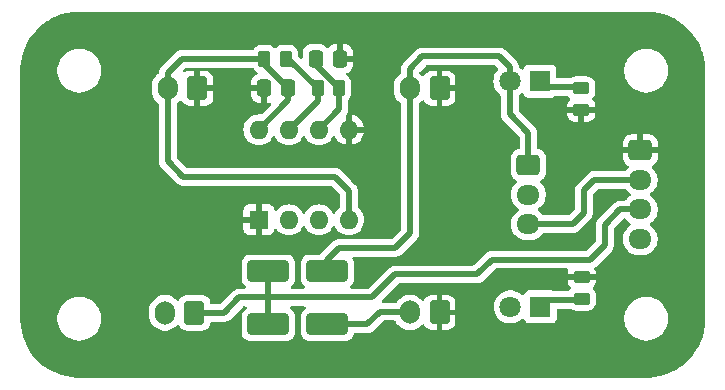
<source format=gtl>
G04 #@! TF.GenerationSoftware,KiCad,Pcbnew,8.0.2*
G04 #@! TF.CreationDate,2025-02-21T12:28:42+08:00*
G04 #@! TF.ProjectId,Indicators,496e6469-6361-4746-9f72-732e6b696361,rev?*
G04 #@! TF.SameCoordinates,Original*
G04 #@! TF.FileFunction,Copper,L1,Top*
G04 #@! TF.FilePolarity,Positive*
%FSLAX46Y46*%
G04 Gerber Fmt 4.6, Leading zero omitted, Abs format (unit mm)*
G04 Created by KiCad (PCBNEW 8.0.2) date 2025-02-21 12:28:42*
%MOMM*%
%LPD*%
G01*
G04 APERTURE LIST*
G04 Aperture macros list*
%AMRoundRect*
0 Rectangle with rounded corners*
0 $1 Rounding radius*
0 $2 $3 $4 $5 $6 $7 $8 $9 X,Y pos of 4 corners*
0 Add a 4 corners polygon primitive as box body*
4,1,4,$2,$3,$4,$5,$6,$7,$8,$9,$2,$3,0*
0 Add four circle primitives for the rounded corners*
1,1,$1+$1,$2,$3*
1,1,$1+$1,$4,$5*
1,1,$1+$1,$6,$7*
1,1,$1+$1,$8,$9*
0 Add four rect primitives between the rounded corners*
20,1,$1+$1,$2,$3,$4,$5,0*
20,1,$1+$1,$4,$5,$6,$7,0*
20,1,$1+$1,$6,$7,$8,$9,0*
20,1,$1+$1,$8,$9,$2,$3,0*%
G04 Aperture macros list end*
G04 #@! TA.AperFunction,SMDPad,CuDef*
%ADD10RoundRect,0.250000X1.500000X0.650000X-1.500000X0.650000X-1.500000X-0.650000X1.500000X-0.650000X0*%
G04 #@! TD*
G04 #@! TA.AperFunction,SMDPad,CuDef*
%ADD11RoundRect,0.250000X-0.450000X0.262500X-0.450000X-0.262500X0.450000X-0.262500X0.450000X0.262500X0*%
G04 #@! TD*
G04 #@! TA.AperFunction,ComponentPad*
%ADD12RoundRect,0.250000X0.600000X0.750000X-0.600000X0.750000X-0.600000X-0.750000X0.600000X-0.750000X0*%
G04 #@! TD*
G04 #@! TA.AperFunction,ComponentPad*
%ADD13O,1.700000X2.000000*%
G04 #@! TD*
G04 #@! TA.AperFunction,SMDPad,CuDef*
%ADD14RoundRect,0.250000X0.262500X0.450000X-0.262500X0.450000X-0.262500X-0.450000X0.262500X-0.450000X0*%
G04 #@! TD*
G04 #@! TA.AperFunction,ComponentPad*
%ADD15RoundRect,0.250000X-0.725000X0.600000X-0.725000X-0.600000X0.725000X-0.600000X0.725000X0.600000X0*%
G04 #@! TD*
G04 #@! TA.AperFunction,ComponentPad*
%ADD16O,1.950000X1.700000*%
G04 #@! TD*
G04 #@! TA.AperFunction,ComponentPad*
%ADD17R,1.800000X1.800000*%
G04 #@! TD*
G04 #@! TA.AperFunction,ComponentPad*
%ADD18C,1.800000*%
G04 #@! TD*
G04 #@! TA.AperFunction,ComponentPad*
%ADD19R,1.600000X1.600000*%
G04 #@! TD*
G04 #@! TA.AperFunction,ComponentPad*
%ADD20O,1.600000X1.600000*%
G04 #@! TD*
G04 #@! TA.AperFunction,SMDPad,CuDef*
%ADD21RoundRect,0.250000X-0.262500X-0.450000X0.262500X-0.450000X0.262500X0.450000X-0.262500X0.450000X0*%
G04 #@! TD*
G04 #@! TA.AperFunction,SMDPad,CuDef*
%ADD22RoundRect,0.250000X-0.337500X-0.475000X0.337500X-0.475000X0.337500X0.475000X-0.337500X0.475000X0*%
G04 #@! TD*
G04 #@! TA.AperFunction,SMDPad,CuDef*
%ADD23RoundRect,0.250000X0.450000X-0.262500X0.450000X0.262500X-0.450000X0.262500X-0.450000X-0.262500X0*%
G04 #@! TD*
G04 #@! TA.AperFunction,Conductor*
%ADD24C,0.500000*%
G04 #@! TD*
G04 APERTURE END LIST*
D10*
X87500000Y-102975000D03*
X82500000Y-102975000D03*
D11*
X109000000Y-87500000D03*
X109000000Y-89325000D03*
D12*
X76250000Y-106500000D03*
D13*
X73750000Y-106500000D03*
D14*
X88500000Y-87500000D03*
X86675000Y-87500000D03*
D15*
X114000000Y-92750000D03*
D16*
X114000000Y-95250000D03*
X114000000Y-97750000D03*
X114000000Y-100250000D03*
D17*
X105540000Y-106000000D03*
D18*
X103000000Y-106000000D03*
D12*
X97000000Y-106475000D03*
D13*
X94500000Y-106475000D03*
D12*
X97000000Y-87500000D03*
D13*
X94500000Y-87500000D03*
D17*
X105500000Y-86900000D03*
D18*
X102960000Y-86900000D03*
D19*
X81700000Y-98620000D03*
D20*
X84240000Y-98620000D03*
X86780000Y-98620000D03*
X89320000Y-98620000D03*
X89320000Y-91000000D03*
X86780000Y-91000000D03*
X84240000Y-91000000D03*
X81700000Y-91000000D03*
D12*
X76500000Y-87500000D03*
D13*
X74000000Y-87500000D03*
D15*
X104525000Y-94000000D03*
D16*
X104525000Y-96500000D03*
X104525000Y-99000000D03*
D21*
X82175000Y-85000000D03*
X84000000Y-85000000D03*
D10*
X87500000Y-107475000D03*
X82500000Y-107475000D03*
D22*
X82137500Y-87500000D03*
X84212500Y-87500000D03*
D23*
X109040000Y-105300000D03*
X109040000Y-103475000D03*
D22*
X86500000Y-85000000D03*
X88575000Y-85000000D03*
D24*
X88500000Y-89280000D02*
X86780000Y-91000000D01*
X86500000Y-85000000D02*
X86500000Y-85500000D01*
X88500000Y-87500000D02*
X88500000Y-89280000D01*
X86500000Y-85500000D02*
X88500000Y-87500000D01*
X97500000Y-105975000D02*
X97000000Y-106475000D01*
X109040000Y-89365000D02*
X109000000Y-89325000D01*
X97000000Y-106475000D02*
X97475000Y-106000000D01*
X97000000Y-106475000D02*
X96488478Y-106475000D01*
X84212500Y-87500000D02*
X84212500Y-88487500D01*
X82175000Y-85000000D02*
X82175000Y-85462500D01*
X74000000Y-87500000D02*
X74000000Y-93685000D01*
X75200000Y-85000000D02*
X74000000Y-86200000D01*
X88138000Y-94996000D02*
X89320000Y-96178000D01*
X82175000Y-85462500D02*
X84212500Y-87500000D01*
X74000000Y-93685000D02*
X75311000Y-94996000D01*
X82175000Y-85000000D02*
X75200000Y-85000000D01*
X89320000Y-96178000D02*
X89320000Y-98620000D01*
X75311000Y-94996000D02*
X88138000Y-94996000D01*
X74000000Y-86200000D02*
X74000000Y-87500000D01*
X84212500Y-88487500D02*
X81700000Y-91000000D01*
X104525000Y-91275000D02*
X104525000Y-94000000D01*
X88500000Y-101000000D02*
X87500000Y-102000000D01*
X95540000Y-84800000D02*
X94500000Y-85840000D01*
X87500000Y-102000000D02*
X87500000Y-102975000D01*
X94500000Y-99750000D02*
X93250000Y-101000000D01*
X94500000Y-85840000D02*
X94500000Y-87500000D01*
X102072000Y-84800000D02*
X95540000Y-84800000D01*
X102960000Y-86900000D02*
X102960000Y-89710000D01*
X93250000Y-101000000D02*
X88500000Y-101000000D01*
X102960000Y-89710000D02*
X104525000Y-91275000D01*
X102960000Y-86900000D02*
X102960000Y-85688000D01*
X102960000Y-85688000D02*
X102072000Y-84800000D01*
X94500000Y-87500000D02*
X94500000Y-99750000D01*
X106012500Y-87412500D02*
X105500000Y-86900000D01*
X109000000Y-87412500D02*
X106012500Y-87412500D01*
X86675000Y-88565000D02*
X84240000Y-91000000D01*
X84000000Y-85000000D02*
X84175000Y-85000000D01*
X86675000Y-87500000D02*
X86675000Y-88565000D01*
X84175000Y-85000000D02*
X86675000Y-87500000D01*
X109040000Y-105387500D02*
X109027500Y-105400000D01*
X109027500Y-105400000D02*
X106140000Y-105400000D01*
X106140000Y-105400000D02*
X105540000Y-106000000D01*
X87500000Y-107475000D02*
X90899000Y-107475000D01*
X94425000Y-106400000D02*
X94500000Y-106475000D01*
X109220000Y-96139000D02*
X110109000Y-95250000D01*
X90899000Y-107475000D02*
X91974000Y-106400000D01*
X104525000Y-99000000D02*
X108264000Y-99000000D01*
X91974000Y-106400000D02*
X94425000Y-106400000D01*
X109220000Y-98044000D02*
X109220000Y-96139000D01*
X102975000Y-106000000D02*
X103000000Y-105975000D01*
X108264000Y-99000000D02*
X109220000Y-98044000D01*
X110109000Y-95250000D02*
X114000000Y-95250000D01*
X93250000Y-103250000D02*
X91300000Y-105200000D01*
X101454000Y-102000000D02*
X100204000Y-103250000D01*
X80050000Y-105200000D02*
X78750000Y-106500000D01*
X100204000Y-103250000D02*
X93250000Y-103250000D01*
X82500000Y-107475000D02*
X82500000Y-105200000D01*
X114000000Y-97750000D02*
X112308000Y-97750000D01*
X78750000Y-106500000D02*
X76250000Y-106500000D01*
X91300000Y-105200000D02*
X82500000Y-105200000D01*
X109750000Y-102000000D02*
X101454000Y-102000000D01*
X112308000Y-97750000D02*
X110998000Y-99060000D01*
X110998000Y-99060000D02*
X110998000Y-100752000D01*
X82500000Y-105200000D02*
X80050000Y-105200000D01*
X110998000Y-100752000D02*
X109750000Y-102000000D01*
X82500000Y-105200000D02*
X82500000Y-102975000D01*
G04 #@! TA.AperFunction,Conductor*
G36*
X101776809Y-85570185D02*
G01*
X101797446Y-85586814D01*
X101956922Y-85746289D01*
X101990406Y-85807611D01*
X101985422Y-85877302D01*
X101960471Y-85917951D01*
X101929009Y-85952129D01*
X101851021Y-86036847D01*
X101851019Y-86036848D01*
X101851016Y-86036853D01*
X101724075Y-86231151D01*
X101630842Y-86443699D01*
X101573866Y-86668691D01*
X101573864Y-86668702D01*
X101554700Y-86899993D01*
X101554700Y-86900006D01*
X101573864Y-87131297D01*
X101573866Y-87131308D01*
X101630842Y-87356300D01*
X101724075Y-87568848D01*
X101851016Y-87763147D01*
X101851019Y-87763151D01*
X101851021Y-87763153D01*
X102008216Y-87933913D01*
X102161662Y-88053344D01*
X102202475Y-88110055D01*
X102209500Y-88151198D01*
X102209500Y-89783918D01*
X102209500Y-89783920D01*
X102209499Y-89783920D01*
X102238340Y-89928907D01*
X102238343Y-89928917D01*
X102294914Y-90065492D01*
X102327812Y-90114727D01*
X102327813Y-90114730D01*
X102377046Y-90188414D01*
X102377052Y-90188421D01*
X103738181Y-91549548D01*
X103771666Y-91610871D01*
X103774500Y-91637229D01*
X103774500Y-92535018D01*
X103754815Y-92602057D01*
X103702011Y-92647812D01*
X103663107Y-92658376D01*
X103647200Y-92660001D01*
X103480668Y-92715185D01*
X103480663Y-92715187D01*
X103331342Y-92807289D01*
X103207289Y-92931342D01*
X103115187Y-93080663D01*
X103115186Y-93080666D01*
X103060001Y-93247203D01*
X103060001Y-93247204D01*
X103060000Y-93247204D01*
X103049500Y-93349983D01*
X103049500Y-94650001D01*
X103049501Y-94650018D01*
X103060000Y-94752796D01*
X103060001Y-94752799D01*
X103115185Y-94919331D01*
X103115187Y-94919336D01*
X103207289Y-95068657D01*
X103331344Y-95192712D01*
X103486120Y-95288178D01*
X103532845Y-95340126D01*
X103544068Y-95409088D01*
X103516224Y-95473171D01*
X103508706Y-95481398D01*
X103369889Y-95620215D01*
X103244951Y-95792179D01*
X103148444Y-95981585D01*
X103082753Y-96183760D01*
X103067494Y-96280103D01*
X103049500Y-96393713D01*
X103049500Y-96606287D01*
X103082754Y-96816243D01*
X103100289Y-96870211D01*
X103148444Y-97018414D01*
X103244951Y-97207820D01*
X103369890Y-97379786D01*
X103520209Y-97530105D01*
X103520214Y-97530109D01*
X103684793Y-97649682D01*
X103727459Y-97705011D01*
X103733438Y-97774625D01*
X103700833Y-97836420D01*
X103684793Y-97850318D01*
X103520214Y-97969890D01*
X103520209Y-97969894D01*
X103369890Y-98120213D01*
X103244951Y-98292179D01*
X103148444Y-98481585D01*
X103082753Y-98683760D01*
X103068398Y-98774394D01*
X103049500Y-98893713D01*
X103049500Y-99106287D01*
X103082754Y-99316243D01*
X103132012Y-99467844D01*
X103148444Y-99518414D01*
X103244951Y-99707820D01*
X103369890Y-99879786D01*
X103520213Y-100030109D01*
X103692179Y-100155048D01*
X103692181Y-100155049D01*
X103692184Y-100155051D01*
X103881588Y-100251557D01*
X104083757Y-100317246D01*
X104293713Y-100350500D01*
X104293714Y-100350500D01*
X104756286Y-100350500D01*
X104756287Y-100350500D01*
X104966243Y-100317246D01*
X105168412Y-100251557D01*
X105357816Y-100155051D01*
X105379789Y-100139086D01*
X105529786Y-100030109D01*
X105529788Y-100030106D01*
X105529792Y-100030104D01*
X105680104Y-99879792D01*
X105704117Y-99846741D01*
X105736903Y-99801615D01*
X105792233Y-99758949D01*
X105837221Y-99750500D01*
X108337920Y-99750500D01*
X108435462Y-99731096D01*
X108482913Y-99721658D01*
X108619495Y-99665084D01*
X108686898Y-99620047D01*
X108742416Y-99582952D01*
X109802951Y-98522416D01*
X109885084Y-98399495D01*
X109941658Y-98262913D01*
X109959443Y-98173504D01*
X109970500Y-98117920D01*
X109970500Y-96501230D01*
X109990185Y-96434191D01*
X110006819Y-96413549D01*
X110383549Y-96036819D01*
X110444872Y-96003334D01*
X110471230Y-96000500D01*
X112687779Y-96000500D01*
X112754818Y-96020185D01*
X112788097Y-96051615D01*
X112844892Y-96129788D01*
X112995209Y-96280105D01*
X112995214Y-96280109D01*
X113159793Y-96399682D01*
X113202459Y-96455011D01*
X113208438Y-96524625D01*
X113175833Y-96586420D01*
X113159793Y-96600318D01*
X112995214Y-96719890D01*
X112995209Y-96719894D01*
X112844892Y-96870211D01*
X112788097Y-96948385D01*
X112732767Y-96991051D01*
X112687779Y-96999500D01*
X112234080Y-96999500D01*
X112089092Y-97028340D01*
X112089086Y-97028342D01*
X111952508Y-97084914D01*
X111952496Y-97084921D01*
X111903269Y-97117813D01*
X111829588Y-97167044D01*
X111829580Y-97167050D01*
X110415047Y-98581584D01*
X110415043Y-98581589D01*
X110373007Y-98644504D01*
X110373006Y-98644506D01*
X110332919Y-98704499D01*
X110332912Y-98704511D01*
X110276343Y-98841082D01*
X110276340Y-98841092D01*
X110247500Y-98986079D01*
X110247500Y-100389770D01*
X110227815Y-100456809D01*
X110211181Y-100477451D01*
X109475451Y-101213181D01*
X109414128Y-101246666D01*
X109387770Y-101249500D01*
X101380080Y-101249500D01*
X101235092Y-101278340D01*
X101235086Y-101278342D01*
X101098508Y-101334914D01*
X101098496Y-101334921D01*
X101049269Y-101367813D01*
X100975588Y-101417044D01*
X100975580Y-101417050D01*
X99929451Y-102463181D01*
X99868128Y-102496666D01*
X99841770Y-102499500D01*
X93176080Y-102499500D01*
X93031092Y-102528340D01*
X93031082Y-102528343D01*
X92894511Y-102584912D01*
X92894498Y-102584919D01*
X92771584Y-102667048D01*
X92771580Y-102667051D01*
X91025451Y-104413181D01*
X90964128Y-104446666D01*
X90937770Y-104449500D01*
X89530106Y-104449500D01*
X89463067Y-104429815D01*
X89417312Y-104377011D01*
X89407368Y-104307853D01*
X89436393Y-104244297D01*
X89465006Y-104219962D01*
X89468656Y-104217712D01*
X89592712Y-104093656D01*
X89684814Y-103944334D01*
X89739999Y-103777797D01*
X89750500Y-103675009D01*
X89750499Y-102274992D01*
X89739999Y-102172203D01*
X89684814Y-102005666D01*
X89644061Y-101939595D01*
X89625622Y-101872204D01*
X89646545Y-101805541D01*
X89700187Y-101760771D01*
X89749601Y-101750500D01*
X93323920Y-101750500D01*
X93421462Y-101731096D01*
X93468913Y-101721658D01*
X93605495Y-101665084D01*
X93654729Y-101632186D01*
X93728416Y-101582952D01*
X95082952Y-100228416D01*
X95132726Y-100153922D01*
X95165084Y-100105495D01*
X95221658Y-99968913D01*
X95234245Y-99905635D01*
X95250500Y-99823920D01*
X95250500Y-88837220D01*
X95270185Y-88770181D01*
X95301614Y-88736902D01*
X95379792Y-88680104D01*
X95518967Y-88540928D01*
X95580286Y-88507446D01*
X95649978Y-88512430D01*
X95705912Y-88554301D01*
X95712184Y-88563515D01*
X95807684Y-88718345D01*
X95931654Y-88842315D01*
X96080875Y-88934356D01*
X96080880Y-88934358D01*
X96247302Y-88989505D01*
X96247309Y-88989506D01*
X96350019Y-88999999D01*
X96749999Y-88999999D01*
X96750000Y-88999998D01*
X96750000Y-87933012D01*
X96807007Y-87965925D01*
X96934174Y-88000000D01*
X97065826Y-88000000D01*
X97192993Y-87965925D01*
X97250000Y-87933012D01*
X97250000Y-88999999D01*
X97649972Y-88999999D01*
X97649986Y-88999998D01*
X97752697Y-88989505D01*
X97919119Y-88934358D01*
X97919124Y-88934356D01*
X98068345Y-88842315D01*
X98192315Y-88718345D01*
X98284356Y-88569124D01*
X98284358Y-88569119D01*
X98339505Y-88402697D01*
X98339506Y-88402690D01*
X98349999Y-88299986D01*
X98350000Y-88299973D01*
X98350000Y-87750000D01*
X97433012Y-87750000D01*
X97465925Y-87692993D01*
X97500000Y-87565826D01*
X97500000Y-87434174D01*
X97465925Y-87307007D01*
X97433012Y-87250000D01*
X98349999Y-87250000D01*
X98349999Y-86700028D01*
X98349998Y-86700013D01*
X98339505Y-86597302D01*
X98284358Y-86430880D01*
X98284356Y-86430875D01*
X98192315Y-86281654D01*
X98068345Y-86157684D01*
X97919124Y-86065643D01*
X97919119Y-86065641D01*
X97752697Y-86010494D01*
X97752690Y-86010493D01*
X97649986Y-86000000D01*
X97250000Y-86000000D01*
X97250000Y-87066988D01*
X97192993Y-87034075D01*
X97065826Y-87000000D01*
X96934174Y-87000000D01*
X96807007Y-87034075D01*
X96750000Y-87066988D01*
X96750000Y-86000000D01*
X96350028Y-86000000D01*
X96350012Y-86000001D01*
X96247302Y-86010494D01*
X96080880Y-86065641D01*
X96080875Y-86065643D01*
X95931654Y-86157684D01*
X95807683Y-86281655D01*
X95807680Y-86281659D01*
X95712183Y-86436484D01*
X95660235Y-86483209D01*
X95591273Y-86494430D01*
X95527191Y-86466587D01*
X95518964Y-86459068D01*
X95379794Y-86319898D01*
X95379792Y-86319896D01*
X95366173Y-86310001D01*
X95324463Y-86279696D01*
X95281797Y-86224366D01*
X95275819Y-86154753D01*
X95308425Y-86092958D01*
X95309594Y-86091772D01*
X95814548Y-85586819D01*
X95875871Y-85553334D01*
X95902229Y-85550500D01*
X101709770Y-85550500D01*
X101776809Y-85570185D01*
G37*
G04 #@! TD.AperFunction*
G04 #@! TA.AperFunction,Conductor*
G36*
X114500641Y-81000006D02*
G01*
X114713481Y-81002328D01*
X114722915Y-81002792D01*
X115147552Y-81039943D01*
X115158270Y-81041354D01*
X115577393Y-81115256D01*
X115587921Y-81117590D01*
X115999033Y-81227747D01*
X116009322Y-81230992D01*
X116409255Y-81376555D01*
X116419221Y-81380683D01*
X116804942Y-81560547D01*
X116814528Y-81565538D01*
X117183088Y-81778326D01*
X117192207Y-81784135D01*
X117540820Y-82028237D01*
X117549402Y-82034822D01*
X117875420Y-82308383D01*
X117883395Y-82315692D01*
X118184307Y-82616604D01*
X118191616Y-82624579D01*
X118465177Y-82950597D01*
X118471762Y-82959179D01*
X118715864Y-83307792D01*
X118721676Y-83316916D01*
X118934459Y-83685467D01*
X118939454Y-83695062D01*
X119110645Y-84062183D01*
X119119310Y-84080764D01*
X119123448Y-84090756D01*
X119176794Y-84237321D01*
X119269003Y-84490664D01*
X119272256Y-84500980D01*
X119382405Y-84912061D01*
X119384746Y-84922623D01*
X119458644Y-85341725D01*
X119460056Y-85352450D01*
X119497206Y-85777073D01*
X119497671Y-85786527D01*
X119499993Y-85999357D01*
X119500000Y-86000710D01*
X119500000Y-106999289D01*
X119499993Y-107000642D01*
X119497671Y-107213472D01*
X119497206Y-107222926D01*
X119460056Y-107647549D01*
X119458644Y-107658274D01*
X119384746Y-108077376D01*
X119382405Y-108087938D01*
X119272256Y-108499019D01*
X119269003Y-108509335D01*
X119123450Y-108909240D01*
X119119310Y-108919235D01*
X118939454Y-109304937D01*
X118934459Y-109314532D01*
X118721676Y-109683083D01*
X118715864Y-109692207D01*
X118471762Y-110040820D01*
X118465177Y-110049402D01*
X118191616Y-110375420D01*
X118184307Y-110383395D01*
X117883395Y-110684307D01*
X117875420Y-110691616D01*
X117549402Y-110965177D01*
X117540820Y-110971762D01*
X117192207Y-111215864D01*
X117183083Y-111221676D01*
X116814532Y-111434459D01*
X116804937Y-111439454D01*
X116419235Y-111619310D01*
X116409240Y-111623450D01*
X116009335Y-111769003D01*
X115999019Y-111772256D01*
X115587938Y-111882405D01*
X115577376Y-111884746D01*
X115158274Y-111958644D01*
X115147549Y-111960056D01*
X114722926Y-111997206D01*
X114713472Y-111997671D01*
X114505455Y-111999940D01*
X114500640Y-111999993D01*
X114499290Y-112000000D01*
X66500710Y-112000000D01*
X66499359Y-111999993D01*
X66494454Y-111999939D01*
X66286527Y-111997671D01*
X66277073Y-111997206D01*
X65852450Y-111960056D01*
X65841725Y-111958644D01*
X65422623Y-111884746D01*
X65412061Y-111882405D01*
X65000980Y-111772256D01*
X64990664Y-111769003D01*
X64590759Y-111623450D01*
X64580764Y-111619310D01*
X64195062Y-111439454D01*
X64185467Y-111434459D01*
X63816916Y-111221676D01*
X63807792Y-111215864D01*
X63459179Y-110971762D01*
X63450597Y-110965177D01*
X63124579Y-110691616D01*
X63116604Y-110684307D01*
X62815692Y-110383395D01*
X62808383Y-110375420D01*
X62534822Y-110049402D01*
X62528237Y-110040820D01*
X62284135Y-109692207D01*
X62278323Y-109683083D01*
X62065540Y-109314532D01*
X62060545Y-109304937D01*
X61880683Y-108919221D01*
X61876555Y-108909255D01*
X61730992Y-108509322D01*
X61727747Y-108499033D01*
X61617590Y-108087921D01*
X61615256Y-108077393D01*
X61541354Y-107658270D01*
X61539943Y-107647549D01*
X61531817Y-107554664D01*
X61502792Y-107222915D01*
X61502328Y-107213471D01*
X61502037Y-107186819D01*
X61500007Y-107000641D01*
X61500000Y-106999289D01*
X61500000Y-106878711D01*
X64649500Y-106878711D01*
X64649500Y-107121288D01*
X64681161Y-107361785D01*
X64743947Y-107596104D01*
X64820141Y-107780051D01*
X64836776Y-107820212D01*
X64958064Y-108030289D01*
X64958066Y-108030292D01*
X64958067Y-108030293D01*
X65105733Y-108222736D01*
X65105739Y-108222743D01*
X65277256Y-108394260D01*
X65277262Y-108394265D01*
X65469711Y-108541936D01*
X65679788Y-108663224D01*
X65903900Y-108756054D01*
X66138211Y-108818838D01*
X66318586Y-108842584D01*
X66378711Y-108850500D01*
X66378712Y-108850500D01*
X66621289Y-108850500D01*
X66669388Y-108844167D01*
X66861789Y-108818838D01*
X67096100Y-108756054D01*
X67320212Y-108663224D01*
X67530289Y-108541936D01*
X67722738Y-108394265D01*
X67894265Y-108222738D01*
X68041936Y-108030289D01*
X68163224Y-107820212D01*
X68256054Y-107596100D01*
X68318838Y-107361789D01*
X68350500Y-107121288D01*
X68350500Y-106878712D01*
X68318838Y-106638211D01*
X68256054Y-106403900D01*
X68189703Y-106243713D01*
X72399500Y-106243713D01*
X72399500Y-106756287D01*
X72432754Y-106966243D01*
X72489968Y-107142330D01*
X72498444Y-107168414D01*
X72594951Y-107357820D01*
X72719890Y-107529786D01*
X72870213Y-107680109D01*
X73042179Y-107805048D01*
X73042181Y-107805049D01*
X73042184Y-107805051D01*
X73231588Y-107901557D01*
X73433757Y-107967246D01*
X73643713Y-108000500D01*
X73643714Y-108000500D01*
X73856286Y-108000500D01*
X73856287Y-108000500D01*
X74066243Y-107967246D01*
X74268412Y-107901557D01*
X74457816Y-107805051D01*
X74629792Y-107680104D01*
X74768604Y-107541291D01*
X74829923Y-107507809D01*
X74899615Y-107512793D01*
X74955549Y-107554664D01*
X74961821Y-107563878D01*
X74965185Y-107569333D01*
X74965186Y-107569334D01*
X75057288Y-107718656D01*
X75181344Y-107842712D01*
X75330666Y-107934814D01*
X75497203Y-107989999D01*
X75599991Y-108000500D01*
X76900008Y-108000499D01*
X77002797Y-107989999D01*
X77169334Y-107934814D01*
X77318656Y-107842712D01*
X77442712Y-107718656D01*
X77534814Y-107569334D01*
X77589999Y-107402797D01*
X77594177Y-107361896D01*
X77620573Y-107297207D01*
X77677753Y-107257055D01*
X77717535Y-107250500D01*
X78823920Y-107250500D01*
X78962538Y-107222926D01*
X78968913Y-107221658D01*
X79097456Y-107168414D01*
X79105493Y-107165085D01*
X79105493Y-107165084D01*
X79105495Y-107165084D01*
X79170487Y-107121658D01*
X79170487Y-107121657D01*
X79170489Y-107121657D01*
X79199451Y-107102305D01*
X79228416Y-107082952D01*
X80324548Y-105986818D01*
X80385871Y-105953334D01*
X80412229Y-105950500D01*
X80550957Y-105950500D01*
X80617996Y-105970185D01*
X80663751Y-106022989D01*
X80673695Y-106092147D01*
X80644670Y-106155703D01*
X80616054Y-106180039D01*
X80531342Y-106232289D01*
X80407289Y-106356342D01*
X80315187Y-106505663D01*
X80315186Y-106505666D01*
X80260001Y-106672203D01*
X80260001Y-106672204D01*
X80260000Y-106672204D01*
X80249500Y-106774983D01*
X80249500Y-108175001D01*
X80249501Y-108175018D01*
X80260000Y-108277796D01*
X80260001Y-108277799D01*
X80270836Y-108310496D01*
X80315186Y-108444334D01*
X80407288Y-108593656D01*
X80531344Y-108717712D01*
X80680666Y-108809814D01*
X80847203Y-108864999D01*
X80949991Y-108875500D01*
X84050008Y-108875499D01*
X84152797Y-108864999D01*
X84319334Y-108809814D01*
X84468656Y-108717712D01*
X84592712Y-108593656D01*
X84684814Y-108444334D01*
X84739999Y-108277797D01*
X84750500Y-108175009D01*
X84750499Y-106774992D01*
X84746034Y-106731287D01*
X84739999Y-106672203D01*
X84739998Y-106672200D01*
X84728735Y-106638211D01*
X84684814Y-106505666D01*
X84592712Y-106356344D01*
X84468656Y-106232288D01*
X84383945Y-106180038D01*
X84337222Y-106128091D01*
X84325999Y-106059128D01*
X84353843Y-105995046D01*
X84411911Y-105956190D01*
X84449043Y-105950500D01*
X85550957Y-105950500D01*
X85617996Y-105970185D01*
X85663751Y-106022989D01*
X85673695Y-106092147D01*
X85644670Y-106155703D01*
X85616054Y-106180039D01*
X85531342Y-106232289D01*
X85407289Y-106356342D01*
X85315187Y-106505663D01*
X85315186Y-106505666D01*
X85260001Y-106672203D01*
X85260001Y-106672204D01*
X85260000Y-106672204D01*
X85249500Y-106774983D01*
X85249500Y-108175001D01*
X85249501Y-108175018D01*
X85260000Y-108277796D01*
X85260001Y-108277799D01*
X85270836Y-108310496D01*
X85315186Y-108444334D01*
X85407288Y-108593656D01*
X85531344Y-108717712D01*
X85680666Y-108809814D01*
X85847203Y-108864999D01*
X85949991Y-108875500D01*
X89050008Y-108875499D01*
X89152797Y-108864999D01*
X89319334Y-108809814D01*
X89468656Y-108717712D01*
X89592712Y-108593656D01*
X89684814Y-108444334D01*
X89729164Y-108310494D01*
X89768936Y-108253051D01*
X89833451Y-108226228D01*
X89846869Y-108225500D01*
X90972920Y-108225500D01*
X91070462Y-108206096D01*
X91117913Y-108196658D01*
X91254495Y-108140084D01*
X91303729Y-108107186D01*
X91377416Y-108057952D01*
X92248548Y-107186818D01*
X92309871Y-107153334D01*
X92336229Y-107150500D01*
X93176067Y-107150500D01*
X93243106Y-107170185D01*
X93286552Y-107218205D01*
X93302369Y-107249248D01*
X93326805Y-107297207D01*
X93344950Y-107332817D01*
X93344956Y-107332826D01*
X93469890Y-107504786D01*
X93620213Y-107655109D01*
X93792179Y-107780048D01*
X93792181Y-107780049D01*
X93792184Y-107780051D01*
X93981588Y-107876557D01*
X94183757Y-107942246D01*
X94393713Y-107975500D01*
X94393714Y-107975500D01*
X94606286Y-107975500D01*
X94606287Y-107975500D01*
X94816243Y-107942246D01*
X95018412Y-107876557D01*
X95207816Y-107780051D01*
X95292320Y-107718656D01*
X95379784Y-107655110D01*
X95379784Y-107655109D01*
X95379792Y-107655104D01*
X95518967Y-107515928D01*
X95580286Y-107482446D01*
X95649978Y-107487430D01*
X95705912Y-107529301D01*
X95712184Y-107538515D01*
X95807684Y-107693345D01*
X95931654Y-107817315D01*
X96080875Y-107909356D01*
X96080880Y-107909358D01*
X96247302Y-107964505D01*
X96247309Y-107964506D01*
X96350019Y-107974999D01*
X96749999Y-107974999D01*
X96750000Y-107974998D01*
X96750000Y-106908012D01*
X96807007Y-106940925D01*
X96934174Y-106975000D01*
X97065826Y-106975000D01*
X97192993Y-106940925D01*
X97250000Y-106908012D01*
X97250000Y-107974999D01*
X97649972Y-107974999D01*
X97649986Y-107974998D01*
X97752697Y-107964505D01*
X97919119Y-107909358D01*
X97919124Y-107909356D01*
X98068345Y-107817315D01*
X98192315Y-107693345D01*
X98284356Y-107544124D01*
X98284358Y-107544119D01*
X98339505Y-107377697D01*
X98339506Y-107377690D01*
X98349999Y-107274986D01*
X98350000Y-107274973D01*
X98350000Y-106725000D01*
X97433012Y-106725000D01*
X97465925Y-106667993D01*
X97500000Y-106540826D01*
X97500000Y-106409174D01*
X97465925Y-106282007D01*
X97433012Y-106225000D01*
X98349999Y-106225000D01*
X98349999Y-105999993D01*
X101594700Y-105999993D01*
X101594700Y-106000006D01*
X101613864Y-106231297D01*
X101613866Y-106231308D01*
X101670842Y-106456300D01*
X101764075Y-106668848D01*
X101891016Y-106863147D01*
X101891019Y-106863151D01*
X101891021Y-106863153D01*
X102048216Y-107033913D01*
X102048219Y-107033915D01*
X102048222Y-107033918D01*
X102231365Y-107176464D01*
X102231371Y-107176468D01*
X102231374Y-107176470D01*
X102435497Y-107286936D01*
X102549487Y-107326068D01*
X102655015Y-107362297D01*
X102655017Y-107362297D01*
X102655019Y-107362298D01*
X102883951Y-107400500D01*
X102883952Y-107400500D01*
X103116048Y-107400500D01*
X103116049Y-107400500D01*
X103344981Y-107362298D01*
X103564503Y-107286936D01*
X103768626Y-107176470D01*
X103778977Y-107168414D01*
X103911212Y-107065491D01*
X103951784Y-107033913D01*
X103960130Y-107024846D01*
X104020010Y-106988854D01*
X104089849Y-106990949D01*
X104147468Y-107030469D01*
X104167544Y-107065491D01*
X104196203Y-107142330D01*
X104196206Y-107142335D01*
X104282452Y-107257544D01*
X104282455Y-107257547D01*
X104397664Y-107343793D01*
X104397671Y-107343797D01*
X104532517Y-107394091D01*
X104532516Y-107394091D01*
X104539444Y-107394835D01*
X104592127Y-107400500D01*
X106487872Y-107400499D01*
X106547483Y-107394091D01*
X106682331Y-107343796D01*
X106797546Y-107257546D01*
X106883796Y-107142331D01*
X106934091Y-107007483D01*
X106940500Y-106947873D01*
X106940500Y-106878711D01*
X112649500Y-106878711D01*
X112649500Y-107121288D01*
X112681161Y-107361785D01*
X112743947Y-107596104D01*
X112820141Y-107780051D01*
X112836776Y-107820212D01*
X112958064Y-108030289D01*
X112958066Y-108030292D01*
X112958067Y-108030293D01*
X113105733Y-108222736D01*
X113105739Y-108222743D01*
X113277256Y-108394260D01*
X113277262Y-108394265D01*
X113469711Y-108541936D01*
X113679788Y-108663224D01*
X113903900Y-108756054D01*
X114138211Y-108818838D01*
X114318586Y-108842584D01*
X114378711Y-108850500D01*
X114378712Y-108850500D01*
X114621289Y-108850500D01*
X114669388Y-108844167D01*
X114861789Y-108818838D01*
X115096100Y-108756054D01*
X115320212Y-108663224D01*
X115530289Y-108541936D01*
X115722738Y-108394265D01*
X115894265Y-108222738D01*
X116041936Y-108030289D01*
X116163224Y-107820212D01*
X116256054Y-107596100D01*
X116318838Y-107361789D01*
X116350500Y-107121288D01*
X116350500Y-106878712D01*
X116318838Y-106638211D01*
X116256054Y-106403900D01*
X116163224Y-106179788D01*
X116041936Y-105969711D01*
X115935951Y-105831588D01*
X115894266Y-105777263D01*
X115894260Y-105777256D01*
X115722743Y-105605739D01*
X115722736Y-105605733D01*
X115530293Y-105458067D01*
X115530292Y-105458066D01*
X115530289Y-105458064D01*
X115320212Y-105336776D01*
X115279460Y-105319896D01*
X115096104Y-105243947D01*
X114913242Y-105194949D01*
X114861789Y-105181162D01*
X114861788Y-105181161D01*
X114861785Y-105181161D01*
X114621289Y-105149500D01*
X114621288Y-105149500D01*
X114378712Y-105149500D01*
X114378711Y-105149500D01*
X114138214Y-105181161D01*
X113903895Y-105243947D01*
X113679794Y-105336773D01*
X113679785Y-105336777D01*
X113469706Y-105458067D01*
X113277263Y-105605733D01*
X113277256Y-105605739D01*
X113105739Y-105777256D01*
X113105733Y-105777263D01*
X112958067Y-105969706D01*
X112836777Y-106179785D01*
X112836773Y-106179794D01*
X112743947Y-106403895D01*
X112681161Y-106638214D01*
X112649500Y-106878711D01*
X106940500Y-106878711D01*
X106940500Y-106274500D01*
X106960185Y-106207461D01*
X107012989Y-106161706D01*
X107064500Y-106150500D01*
X108078539Y-106150500D01*
X108143633Y-106168960D01*
X108270666Y-106247314D01*
X108437203Y-106302499D01*
X108539991Y-106313000D01*
X109540008Y-106312999D01*
X109540016Y-106312998D01*
X109540019Y-106312998D01*
X109596302Y-106307248D01*
X109642797Y-106302499D01*
X109809334Y-106247314D01*
X109958656Y-106155212D01*
X110082712Y-106031156D01*
X110174814Y-105881834D01*
X110229999Y-105715297D01*
X110240500Y-105612509D01*
X110240499Y-104987492D01*
X110238312Y-104966087D01*
X110229999Y-104884703D01*
X110229998Y-104884700D01*
X110209730Y-104823535D01*
X110174814Y-104718166D01*
X110082712Y-104568844D01*
X109988695Y-104474827D01*
X109955210Y-104413504D01*
X109960194Y-104343812D01*
X109988695Y-104299464D01*
X110082317Y-104205842D01*
X110174356Y-104056624D01*
X110174358Y-104056619D01*
X110229505Y-103890197D01*
X110229506Y-103890190D01*
X110239999Y-103787486D01*
X110240000Y-103787473D01*
X110240000Y-103725000D01*
X107840001Y-103725000D01*
X107840001Y-103787486D01*
X107850494Y-103890197D01*
X107905641Y-104056619D01*
X107905643Y-104056624D01*
X107997684Y-104205845D01*
X108091304Y-104299465D01*
X108124789Y-104360788D01*
X108119805Y-104430480D01*
X108091305Y-104474827D01*
X107997285Y-104568847D01*
X107983870Y-104590597D01*
X107931922Y-104637322D01*
X107878332Y-104649500D01*
X106686729Y-104649500D01*
X106643396Y-104641682D01*
X106547482Y-104605908D01*
X106547483Y-104605908D01*
X106487883Y-104599501D01*
X106487881Y-104599500D01*
X106487873Y-104599500D01*
X106487864Y-104599500D01*
X104592129Y-104599500D01*
X104592123Y-104599501D01*
X104532516Y-104605908D01*
X104397671Y-104656202D01*
X104397664Y-104656206D01*
X104282455Y-104742452D01*
X104282452Y-104742455D01*
X104196206Y-104857664D01*
X104196203Y-104857670D01*
X104167544Y-104934508D01*
X104125672Y-104990441D01*
X104060208Y-105014858D01*
X103991935Y-105000006D01*
X103960135Y-104975158D01*
X103951784Y-104966087D01*
X103951778Y-104966082D01*
X103951777Y-104966081D01*
X103768634Y-104823535D01*
X103768628Y-104823531D01*
X103564504Y-104713064D01*
X103564495Y-104713061D01*
X103344984Y-104637702D01*
X103154450Y-104605908D01*
X103116049Y-104599500D01*
X102883951Y-104599500D01*
X102845550Y-104605908D01*
X102655015Y-104637702D01*
X102435504Y-104713061D01*
X102435495Y-104713064D01*
X102231371Y-104823531D01*
X102231365Y-104823535D01*
X102048222Y-104966081D01*
X102048219Y-104966084D01*
X102048216Y-104966086D01*
X102048216Y-104966087D01*
X102003319Y-105014858D01*
X101891016Y-105136852D01*
X101764075Y-105331151D01*
X101670842Y-105543699D01*
X101613866Y-105768691D01*
X101613864Y-105768702D01*
X101594700Y-105999993D01*
X98349999Y-105999993D01*
X98349999Y-105675028D01*
X98349998Y-105675013D01*
X98339505Y-105572302D01*
X98284358Y-105405880D01*
X98284356Y-105405875D01*
X98192315Y-105256654D01*
X98068345Y-105132684D01*
X97919124Y-105040643D01*
X97919119Y-105040641D01*
X97752697Y-104985494D01*
X97752690Y-104985493D01*
X97649986Y-104975000D01*
X97250000Y-104975000D01*
X97250000Y-106041988D01*
X97192993Y-106009075D01*
X97065826Y-105975000D01*
X96934174Y-105975000D01*
X96807007Y-106009075D01*
X96750000Y-106041988D01*
X96750000Y-104975000D01*
X96350028Y-104975000D01*
X96350012Y-104975001D01*
X96247302Y-104985494D01*
X96080880Y-105040641D01*
X96080875Y-105040643D01*
X95931654Y-105132684D01*
X95807683Y-105256655D01*
X95807680Y-105256659D01*
X95712183Y-105411484D01*
X95660235Y-105458209D01*
X95591273Y-105469430D01*
X95527191Y-105441587D01*
X95518964Y-105434068D01*
X95379786Y-105294890D01*
X95207820Y-105169951D01*
X95018414Y-105073444D01*
X95018413Y-105073443D01*
X95018412Y-105073443D01*
X94816243Y-105007754D01*
X94816241Y-105007753D01*
X94816240Y-105007753D01*
X94654957Y-104982208D01*
X94606287Y-104974500D01*
X94393713Y-104974500D01*
X94345042Y-104982208D01*
X94183760Y-105007753D01*
X93981585Y-105073444D01*
X93792179Y-105169951D01*
X93620213Y-105294890D01*
X93469894Y-105445209D01*
X93469890Y-105445214D01*
X93358606Y-105598385D01*
X93303276Y-105641051D01*
X93258288Y-105649500D01*
X92211230Y-105649500D01*
X92144191Y-105629815D01*
X92098436Y-105577011D01*
X92088492Y-105507853D01*
X92117517Y-105444297D01*
X92123549Y-105437819D01*
X93524548Y-104036819D01*
X93585871Y-104003334D01*
X93612229Y-104000500D01*
X100277920Y-104000500D01*
X100375462Y-103981096D01*
X100422913Y-103971658D01*
X100559495Y-103915084D01*
X100608729Y-103882186D01*
X100682416Y-103832952D01*
X101728549Y-102786819D01*
X101789872Y-102753334D01*
X101816230Y-102750500D01*
X107781267Y-102750500D01*
X107848306Y-102770185D01*
X107894061Y-102822989D01*
X107904005Y-102892147D01*
X107898973Y-102913504D01*
X107850494Y-103059802D01*
X107850493Y-103059809D01*
X107840000Y-103162513D01*
X107840000Y-103225000D01*
X110239999Y-103225000D01*
X110239999Y-103162528D01*
X110239998Y-103162513D01*
X110229505Y-103059802D01*
X110174358Y-102893380D01*
X110174356Y-102893375D01*
X110117315Y-102800897D01*
X110098875Y-102733504D01*
X110119798Y-102666841D01*
X110153963Y-102632698D01*
X110173709Y-102619505D01*
X110228416Y-102582952D01*
X111580952Y-101230415D01*
X111609284Y-101188012D01*
X111663084Y-101107495D01*
X111704412Y-101007720D01*
X111719659Y-100970912D01*
X111748500Y-100825917D01*
X111748500Y-100678082D01*
X111748500Y-99422230D01*
X111768185Y-99355191D01*
X111784819Y-99334549D01*
X112582549Y-98536819D01*
X112643872Y-98503334D01*
X112670230Y-98500500D01*
X112687779Y-98500500D01*
X112754818Y-98520185D01*
X112788097Y-98551615D01*
X112844892Y-98629788D01*
X112995209Y-98780105D01*
X112995214Y-98780109D01*
X113159793Y-98899682D01*
X113202459Y-98955011D01*
X113208438Y-99024625D01*
X113175833Y-99086420D01*
X113159793Y-99100318D01*
X112995214Y-99219890D01*
X112995209Y-99219894D01*
X112844890Y-99370213D01*
X112719951Y-99542179D01*
X112623444Y-99731585D01*
X112557753Y-99933760D01*
X112524500Y-100143713D01*
X112524500Y-100356286D01*
X112557753Y-100566239D01*
X112623444Y-100768414D01*
X112719951Y-100957820D01*
X112844890Y-101129786D01*
X112995213Y-101280109D01*
X113167179Y-101405048D01*
X113167181Y-101405049D01*
X113167184Y-101405051D01*
X113356588Y-101501557D01*
X113558757Y-101567246D01*
X113768713Y-101600500D01*
X113768714Y-101600500D01*
X114231286Y-101600500D01*
X114231287Y-101600500D01*
X114441243Y-101567246D01*
X114643412Y-101501557D01*
X114832816Y-101405051D01*
X114884070Y-101367813D01*
X115004786Y-101280109D01*
X115004788Y-101280106D01*
X115004792Y-101280104D01*
X115155104Y-101129792D01*
X115155106Y-101129788D01*
X115155109Y-101129786D01*
X115280048Y-100957820D01*
X115280047Y-100957820D01*
X115280051Y-100957816D01*
X115376557Y-100768412D01*
X115442246Y-100566243D01*
X115475500Y-100356287D01*
X115475500Y-100143713D01*
X115442246Y-99933757D01*
X115376557Y-99731588D01*
X115280051Y-99542184D01*
X115280049Y-99542181D01*
X115280048Y-99542179D01*
X115155109Y-99370213D01*
X115004792Y-99219896D01*
X114997675Y-99214725D01*
X114840204Y-99100316D01*
X114797540Y-99044989D01*
X114791561Y-98975376D01*
X114824166Y-98913580D01*
X114840199Y-98899686D01*
X115004792Y-98780104D01*
X115155104Y-98629792D01*
X115155106Y-98629788D01*
X115155109Y-98629786D01*
X115280048Y-98457820D01*
X115280047Y-98457820D01*
X115280051Y-98457816D01*
X115376557Y-98268412D01*
X115442246Y-98066243D01*
X115475500Y-97856287D01*
X115475500Y-97643713D01*
X115442246Y-97433757D01*
X115376557Y-97231588D01*
X115280051Y-97042184D01*
X115280049Y-97042181D01*
X115280048Y-97042179D01*
X115155109Y-96870213D01*
X115004792Y-96719896D01*
X115004784Y-96719890D01*
X114840204Y-96600316D01*
X114797540Y-96544989D01*
X114791561Y-96475376D01*
X114824166Y-96413580D01*
X114840199Y-96399686D01*
X115004792Y-96280104D01*
X115155104Y-96129792D01*
X115155106Y-96129788D01*
X115155109Y-96129786D01*
X115279124Y-95959092D01*
X115280051Y-95957816D01*
X115376557Y-95768412D01*
X115442246Y-95566243D01*
X115475500Y-95356287D01*
X115475500Y-95143713D01*
X115442246Y-94933757D01*
X115376557Y-94731588D01*
X115280051Y-94542184D01*
X115280049Y-94542181D01*
X115280048Y-94542179D01*
X115155109Y-94370213D01*
X115015931Y-94231035D01*
X114982446Y-94169712D01*
X114987430Y-94100020D01*
X115029302Y-94044087D01*
X115038516Y-94037815D01*
X115193343Y-93942317D01*
X115317315Y-93818345D01*
X115409356Y-93669124D01*
X115409358Y-93669119D01*
X115464505Y-93502697D01*
X115464506Y-93502690D01*
X115474999Y-93399986D01*
X115475000Y-93399973D01*
X115475000Y-93000000D01*
X114404146Y-93000000D01*
X114442630Y-92933343D01*
X114475000Y-92812535D01*
X114475000Y-92687465D01*
X114442630Y-92566657D01*
X114404146Y-92500000D01*
X115474999Y-92500000D01*
X115474999Y-92100028D01*
X115474998Y-92100013D01*
X115464505Y-91997302D01*
X115409358Y-91830880D01*
X115409356Y-91830875D01*
X115317315Y-91681654D01*
X115193345Y-91557684D01*
X115044124Y-91465643D01*
X115044119Y-91465641D01*
X114877697Y-91410494D01*
X114877690Y-91410493D01*
X114774986Y-91400000D01*
X114250000Y-91400000D01*
X114250000Y-92345854D01*
X114183343Y-92307370D01*
X114062535Y-92275000D01*
X113937465Y-92275000D01*
X113816657Y-92307370D01*
X113750000Y-92345854D01*
X113750000Y-91400000D01*
X113225028Y-91400000D01*
X113225012Y-91400001D01*
X113122302Y-91410494D01*
X112955880Y-91465641D01*
X112955875Y-91465643D01*
X112806654Y-91557684D01*
X112682684Y-91681654D01*
X112590643Y-91830875D01*
X112590641Y-91830880D01*
X112535494Y-91997302D01*
X112535493Y-91997309D01*
X112525000Y-92100013D01*
X112525000Y-92500000D01*
X113595854Y-92500000D01*
X113557370Y-92566657D01*
X113525000Y-92687465D01*
X113525000Y-92812535D01*
X113557370Y-92933343D01*
X113595854Y-93000000D01*
X112525001Y-93000000D01*
X112525001Y-93399986D01*
X112535494Y-93502697D01*
X112590641Y-93669119D01*
X112590643Y-93669124D01*
X112682684Y-93818345D01*
X112806654Y-93942315D01*
X112961484Y-94037815D01*
X113008208Y-94089763D01*
X113019431Y-94158726D01*
X112991587Y-94222808D01*
X112984069Y-94231035D01*
X112844892Y-94370212D01*
X112788097Y-94448385D01*
X112732767Y-94491051D01*
X112687779Y-94499500D01*
X110035080Y-94499500D01*
X109890092Y-94528340D01*
X109890086Y-94528342D01*
X109753508Y-94584914D01*
X109753496Y-94584921D01*
X109704269Y-94617813D01*
X109630588Y-94667044D01*
X109630580Y-94667050D01*
X108637047Y-95660584D01*
X108637045Y-95660586D01*
X108610992Y-95699581D01*
X108610990Y-95699584D01*
X108554914Y-95783507D01*
X108498343Y-95920082D01*
X108498340Y-95920092D01*
X108469500Y-96065079D01*
X108469500Y-97681770D01*
X108449815Y-97748809D01*
X108433181Y-97769451D01*
X107989451Y-98213181D01*
X107928128Y-98246666D01*
X107901770Y-98249500D01*
X105837221Y-98249500D01*
X105770182Y-98229815D01*
X105736903Y-98198385D01*
X105680107Y-98120211D01*
X105529792Y-97969896D01*
X105526171Y-97967265D01*
X105365204Y-97850316D01*
X105322540Y-97794989D01*
X105316561Y-97725376D01*
X105349166Y-97663580D01*
X105365199Y-97649686D01*
X105529792Y-97530104D01*
X105680104Y-97379792D01*
X105680106Y-97379788D01*
X105680109Y-97379786D01*
X105805048Y-97207820D01*
X105805047Y-97207820D01*
X105805051Y-97207816D01*
X105901557Y-97018412D01*
X105967246Y-96816243D01*
X106000500Y-96606287D01*
X106000500Y-96393713D01*
X105967246Y-96183757D01*
X105901557Y-95981588D01*
X105805051Y-95792184D01*
X105805049Y-95792181D01*
X105805048Y-95792179D01*
X105680109Y-95620213D01*
X105541294Y-95481398D01*
X105507809Y-95420075D01*
X105512793Y-95350383D01*
X105554665Y-95294450D01*
X105563879Y-95288178D01*
X105569331Y-95284814D01*
X105569334Y-95284814D01*
X105718656Y-95192712D01*
X105842712Y-95068656D01*
X105934814Y-94919334D01*
X105989999Y-94752797D01*
X106000500Y-94650009D01*
X106000499Y-93349992D01*
X105989999Y-93247203D01*
X105934814Y-93080666D01*
X105842712Y-92931344D01*
X105718656Y-92807288D01*
X105569334Y-92715186D01*
X105402797Y-92660001D01*
X105398965Y-92659609D01*
X105386894Y-92658376D01*
X105322203Y-92631978D01*
X105282053Y-92574796D01*
X105275500Y-92535018D01*
X105275500Y-91201079D01*
X105246659Y-91056092D01*
X105246658Y-91056091D01*
X105246658Y-91056087D01*
X105245239Y-91052661D01*
X105190087Y-90919511D01*
X105190080Y-90919498D01*
X105107952Y-90796585D01*
X105061366Y-90749999D01*
X105003416Y-90692049D01*
X104376859Y-90065492D01*
X103948854Y-89637486D01*
X107800001Y-89637486D01*
X107810494Y-89740197D01*
X107865641Y-89906619D01*
X107865643Y-89906624D01*
X107957684Y-90055845D01*
X108081654Y-90179815D01*
X108230875Y-90271856D01*
X108230880Y-90271858D01*
X108397302Y-90327005D01*
X108397309Y-90327006D01*
X108500019Y-90337499D01*
X108749999Y-90337499D01*
X109250000Y-90337499D01*
X109499972Y-90337499D01*
X109499986Y-90337498D01*
X109602697Y-90327005D01*
X109769119Y-90271858D01*
X109769124Y-90271856D01*
X109918345Y-90179815D01*
X110042315Y-90055845D01*
X110134356Y-89906624D01*
X110134358Y-89906619D01*
X110189505Y-89740197D01*
X110189506Y-89740190D01*
X110199999Y-89637486D01*
X110200000Y-89637473D01*
X110200000Y-89575000D01*
X109250000Y-89575000D01*
X109250000Y-90337499D01*
X108749999Y-90337499D01*
X108750000Y-90337498D01*
X108750000Y-89575000D01*
X107800001Y-89575000D01*
X107800001Y-89637486D01*
X103948854Y-89637486D01*
X103746819Y-89435451D01*
X103713334Y-89374128D01*
X103710500Y-89347770D01*
X103710500Y-88151198D01*
X103730185Y-88084159D01*
X103758338Y-88053344D01*
X103911784Y-87933913D01*
X103920130Y-87924846D01*
X103980010Y-87888854D01*
X104049849Y-87890949D01*
X104107468Y-87930469D01*
X104127544Y-87965491D01*
X104156203Y-88042330D01*
X104156206Y-88042335D01*
X104242452Y-88157544D01*
X104242455Y-88157547D01*
X104357664Y-88243793D01*
X104357671Y-88243797D01*
X104492517Y-88294091D01*
X104492516Y-88294091D01*
X104499444Y-88294835D01*
X104552127Y-88300500D01*
X106447872Y-88300499D01*
X106507483Y-88294091D01*
X106642331Y-88243796D01*
X106717221Y-88187732D01*
X106782685Y-88163316D01*
X106791532Y-88163000D01*
X107846042Y-88163000D01*
X107913081Y-88182685D01*
X107951580Y-88221902D01*
X107957287Y-88231155D01*
X108051304Y-88325172D01*
X108084789Y-88386495D01*
X108079805Y-88456187D01*
X108051305Y-88500534D01*
X107957682Y-88594157D01*
X107865643Y-88743375D01*
X107865641Y-88743380D01*
X107810494Y-88909802D01*
X107810493Y-88909809D01*
X107800000Y-89012513D01*
X107800000Y-89075000D01*
X110199999Y-89075000D01*
X110199999Y-89012528D01*
X110199998Y-89012513D01*
X110189505Y-88909802D01*
X110134358Y-88743380D01*
X110134356Y-88743375D01*
X110042315Y-88594154D01*
X109948695Y-88500534D01*
X109915210Y-88439211D01*
X109920194Y-88369519D01*
X109948691Y-88325176D01*
X110042712Y-88231156D01*
X110134814Y-88081834D01*
X110189999Y-87915297D01*
X110200500Y-87812509D01*
X110200499Y-87187492D01*
X110194759Y-87131305D01*
X110189999Y-87084703D01*
X110189998Y-87084700D01*
X110134814Y-86918166D01*
X110042712Y-86768844D01*
X109918656Y-86644788D01*
X109815793Y-86581342D01*
X109769336Y-86552687D01*
X109769331Y-86552685D01*
X109767862Y-86552198D01*
X109602797Y-86497501D01*
X109602795Y-86497500D01*
X109500010Y-86487000D01*
X108499998Y-86487000D01*
X108499980Y-86487001D01*
X108397203Y-86497500D01*
X108397200Y-86497501D01*
X108230668Y-86552685D01*
X108230663Y-86552687D01*
X108146584Y-86604547D01*
X108083368Y-86643539D01*
X108018273Y-86662000D01*
X107024499Y-86662000D01*
X106957460Y-86642315D01*
X106911705Y-86589511D01*
X106900499Y-86538000D01*
X106900499Y-85952129D01*
X106900498Y-85952123D01*
X106899554Y-85943345D01*
X106894091Y-85892517D01*
X106888942Y-85878711D01*
X112649500Y-85878711D01*
X112649500Y-86121288D01*
X112681161Y-86361785D01*
X112743947Y-86596104D01*
X112815498Y-86768842D01*
X112836776Y-86820212D01*
X112958064Y-87030289D01*
X112958066Y-87030292D01*
X112958067Y-87030293D01*
X113105733Y-87222736D01*
X113105739Y-87222743D01*
X113277256Y-87394260D01*
X113277263Y-87394266D01*
X113380350Y-87473367D01*
X113469711Y-87541936D01*
X113679788Y-87663224D01*
X113903900Y-87756054D01*
X114138211Y-87818838D01*
X114318586Y-87842584D01*
X114378711Y-87850500D01*
X114378712Y-87850500D01*
X114621289Y-87850500D01*
X114669388Y-87844167D01*
X114861789Y-87818838D01*
X115096100Y-87756054D01*
X115320212Y-87663224D01*
X115530289Y-87541936D01*
X115722738Y-87394265D01*
X115894265Y-87222738D01*
X116041936Y-87030289D01*
X116163224Y-86820212D01*
X116256054Y-86596100D01*
X116318838Y-86361789D01*
X116350500Y-86121288D01*
X116350500Y-85878712D01*
X116350314Y-85877302D01*
X116338364Y-85786527D01*
X116318838Y-85638211D01*
X116256054Y-85403900D01*
X116163224Y-85179788D01*
X116041936Y-84969711D01*
X115894265Y-84777262D01*
X115894260Y-84777256D01*
X115722743Y-84605739D01*
X115722736Y-84605733D01*
X115530293Y-84458067D01*
X115530292Y-84458066D01*
X115530289Y-84458064D01*
X115320212Y-84336776D01*
X115315712Y-84334912D01*
X115096104Y-84243947D01*
X114953227Y-84205663D01*
X114861789Y-84181162D01*
X114861788Y-84181161D01*
X114861785Y-84181161D01*
X114621289Y-84149500D01*
X114621288Y-84149500D01*
X114378712Y-84149500D01*
X114378711Y-84149500D01*
X114138214Y-84181161D01*
X113903895Y-84243947D01*
X113679794Y-84336773D01*
X113679785Y-84336777D01*
X113469706Y-84458067D01*
X113277263Y-84605733D01*
X113277256Y-84605739D01*
X113105739Y-84777256D01*
X113105733Y-84777263D01*
X112958067Y-84969706D01*
X112836777Y-85179785D01*
X112836773Y-85179794D01*
X112743947Y-85403895D01*
X112681161Y-85638214D01*
X112649500Y-85878711D01*
X106888942Y-85878711D01*
X106888416Y-85877302D01*
X106843797Y-85757671D01*
X106843793Y-85757664D01*
X106757547Y-85642455D01*
X106757544Y-85642452D01*
X106642335Y-85556206D01*
X106642328Y-85556202D01*
X106507482Y-85505908D01*
X106507483Y-85505908D01*
X106447883Y-85499501D01*
X106447881Y-85499500D01*
X106447873Y-85499500D01*
X106447864Y-85499500D01*
X104552129Y-85499500D01*
X104552123Y-85499501D01*
X104492516Y-85505908D01*
X104357671Y-85556202D01*
X104357664Y-85556206D01*
X104242455Y-85642452D01*
X104242452Y-85642455D01*
X104156206Y-85757664D01*
X104156203Y-85757670D01*
X104127544Y-85834508D01*
X104085672Y-85890441D01*
X104020208Y-85914858D01*
X103951935Y-85900006D01*
X103920135Y-85875158D01*
X103911784Y-85866087D01*
X103871211Y-85834508D01*
X103758337Y-85746654D01*
X103717524Y-85689944D01*
X103710500Y-85648801D01*
X103710500Y-85614081D01*
X103710499Y-85614080D01*
X103702511Y-85573918D01*
X103681659Y-85469088D01*
X103627408Y-85338117D01*
X103625765Y-85333525D01*
X103625084Y-85332505D01*
X103565672Y-85243588D01*
X103542952Y-85209585D01*
X103542950Y-85209583D01*
X103542948Y-85209580D01*
X102550421Y-84217052D01*
X102550414Y-84217046D01*
X102476729Y-84167812D01*
X102476729Y-84167813D01*
X102427491Y-84134913D01*
X102290917Y-84078343D01*
X102290907Y-84078340D01*
X102145920Y-84049500D01*
X102145918Y-84049500D01*
X95466082Y-84049500D01*
X95466080Y-84049500D01*
X95321092Y-84078340D01*
X95321082Y-84078343D01*
X95184511Y-84134912D01*
X95184499Y-84134919D01*
X95115293Y-84181162D01*
X95115292Y-84181163D01*
X95061581Y-84217050D01*
X95061580Y-84217051D01*
X93917052Y-85361578D01*
X93917049Y-85361581D01*
X93888773Y-85403899D01*
X93888774Y-85403900D01*
X93834914Y-85484508D01*
X93778343Y-85621082D01*
X93778340Y-85621092D01*
X93749500Y-85766079D01*
X93749500Y-86162779D01*
X93729815Y-86229818D01*
X93698385Y-86263097D01*
X93620211Y-86319893D01*
X93620205Y-86319898D01*
X93469890Y-86470213D01*
X93344951Y-86642179D01*
X93248444Y-86831585D01*
X93182753Y-87033760D01*
X93158404Y-87187498D01*
X93149500Y-87243713D01*
X93149500Y-87756287D01*
X93157533Y-87807007D01*
X93182703Y-87965925D01*
X93182754Y-87966243D01*
X93246787Y-88163316D01*
X93248444Y-88168414D01*
X93344951Y-88357820D01*
X93469890Y-88529786D01*
X93469896Y-88529792D01*
X93620208Y-88680104D01*
X93698384Y-88736902D01*
X93741051Y-88792231D01*
X93749500Y-88837220D01*
X93749500Y-99387770D01*
X93729815Y-99454809D01*
X93713181Y-99475451D01*
X92975451Y-100213181D01*
X92914128Y-100246666D01*
X92887770Y-100249500D01*
X88426076Y-100249500D01*
X88397242Y-100255234D01*
X88397243Y-100255235D01*
X88281093Y-100278339D01*
X88281083Y-100278342D01*
X88201081Y-100311479D01*
X88201082Y-100311480D01*
X88144505Y-100334915D01*
X88062372Y-100389795D01*
X88021585Y-100417047D01*
X88021581Y-100417050D01*
X86917053Y-101521577D01*
X86913190Y-101526286D01*
X86911717Y-101525077D01*
X86864874Y-101564208D01*
X86815411Y-101574500D01*
X85949998Y-101574500D01*
X85949980Y-101574501D01*
X85847203Y-101585000D01*
X85847200Y-101585001D01*
X85680668Y-101640185D01*
X85680663Y-101640187D01*
X85531342Y-101732289D01*
X85407289Y-101856342D01*
X85315187Y-102005663D01*
X85315186Y-102005666D01*
X85260001Y-102172203D01*
X85260001Y-102172204D01*
X85260000Y-102172204D01*
X85249500Y-102274983D01*
X85249500Y-103675001D01*
X85249501Y-103675018D01*
X85260000Y-103777796D01*
X85260001Y-103777799D01*
X85278278Y-103832954D01*
X85315186Y-103944334D01*
X85407288Y-104093656D01*
X85531344Y-104217712D01*
X85534991Y-104219962D01*
X85536967Y-104222158D01*
X85537011Y-104222193D01*
X85537005Y-104222200D01*
X85581715Y-104271909D01*
X85592938Y-104340872D01*
X85565094Y-104404954D01*
X85507025Y-104443810D01*
X85469894Y-104449500D01*
X84530106Y-104449500D01*
X84463067Y-104429815D01*
X84417312Y-104377011D01*
X84407368Y-104307853D01*
X84436393Y-104244297D01*
X84465006Y-104219962D01*
X84468656Y-104217712D01*
X84592712Y-104093656D01*
X84684814Y-103944334D01*
X84739999Y-103777797D01*
X84750500Y-103675009D01*
X84750499Y-102274992D01*
X84739999Y-102172203D01*
X84684814Y-102005666D01*
X84592712Y-101856344D01*
X84468656Y-101732288D01*
X84319334Y-101640186D01*
X84152797Y-101585001D01*
X84152795Y-101585000D01*
X84050010Y-101574500D01*
X80949998Y-101574500D01*
X80949981Y-101574501D01*
X80847203Y-101585000D01*
X80847200Y-101585001D01*
X80680668Y-101640185D01*
X80680663Y-101640187D01*
X80531342Y-101732289D01*
X80407289Y-101856342D01*
X80315187Y-102005663D01*
X80315186Y-102005666D01*
X80260001Y-102172203D01*
X80260001Y-102172204D01*
X80260000Y-102172204D01*
X80249500Y-102274983D01*
X80249500Y-103675001D01*
X80249501Y-103675018D01*
X80260000Y-103777796D01*
X80260001Y-103777799D01*
X80278278Y-103832954D01*
X80315186Y-103944334D01*
X80407288Y-104093656D01*
X80531344Y-104217712D01*
X80534991Y-104219962D01*
X80536967Y-104222158D01*
X80537011Y-104222193D01*
X80537005Y-104222200D01*
X80581715Y-104271909D01*
X80592938Y-104340872D01*
X80565094Y-104404954D01*
X80507025Y-104443810D01*
X80469894Y-104449500D01*
X79976076Y-104449500D01*
X79947242Y-104455234D01*
X79947243Y-104455235D01*
X79831093Y-104478339D01*
X79831083Y-104478342D01*
X79751081Y-104511479D01*
X79751082Y-104511480D01*
X79694506Y-104534915D01*
X79643728Y-104568844D01*
X79571582Y-104617049D01*
X79571579Y-104617052D01*
X78475451Y-105713181D01*
X78414128Y-105746666D01*
X78387770Y-105749500D01*
X77717535Y-105749500D01*
X77650496Y-105729815D01*
X77604741Y-105677011D01*
X77594177Y-105638102D01*
X77591563Y-105612516D01*
X77589999Y-105597203D01*
X77534814Y-105430666D01*
X77442712Y-105281344D01*
X77318656Y-105157288D01*
X77223253Y-105098443D01*
X77169336Y-105065187D01*
X77169331Y-105065185D01*
X77167862Y-105064698D01*
X77002797Y-105010001D01*
X77002795Y-105010000D01*
X76900010Y-104999500D01*
X75599998Y-104999500D01*
X75599981Y-104999501D01*
X75497203Y-105010000D01*
X75497200Y-105010001D01*
X75330668Y-105065185D01*
X75330663Y-105065187D01*
X75181342Y-105157289D01*
X75057289Y-105281342D01*
X74961821Y-105436121D01*
X74909873Y-105482845D01*
X74840910Y-105494068D01*
X74776828Y-105466224D01*
X74768601Y-105458705D01*
X74629786Y-105319890D01*
X74457820Y-105194951D01*
X74268414Y-105098444D01*
X74268413Y-105098443D01*
X74268412Y-105098443D01*
X74066243Y-105032754D01*
X74066241Y-105032753D01*
X74066240Y-105032753D01*
X73904957Y-105007208D01*
X73856287Y-104999500D01*
X73643713Y-104999500D01*
X73595042Y-105007208D01*
X73433760Y-105032753D01*
X73231585Y-105098444D01*
X73042179Y-105194951D01*
X72870213Y-105319890D01*
X72719890Y-105470213D01*
X72594951Y-105642179D01*
X72498444Y-105831585D01*
X72432753Y-106033760D01*
X72401465Y-106231305D01*
X72399500Y-106243713D01*
X68189703Y-106243713D01*
X68163224Y-106179788D01*
X68041936Y-105969711D01*
X67935951Y-105831588D01*
X67894266Y-105777263D01*
X67894260Y-105777256D01*
X67722743Y-105605739D01*
X67722736Y-105605733D01*
X67530293Y-105458067D01*
X67530292Y-105458066D01*
X67530289Y-105458064D01*
X67320212Y-105336776D01*
X67279460Y-105319896D01*
X67096104Y-105243947D01*
X66913242Y-105194949D01*
X66861789Y-105181162D01*
X66861788Y-105181161D01*
X66861785Y-105181161D01*
X66621289Y-105149500D01*
X66621288Y-105149500D01*
X66378712Y-105149500D01*
X66378711Y-105149500D01*
X66138214Y-105181161D01*
X65903895Y-105243947D01*
X65679794Y-105336773D01*
X65679785Y-105336777D01*
X65469706Y-105458067D01*
X65277263Y-105605733D01*
X65277256Y-105605739D01*
X65105739Y-105777256D01*
X65105733Y-105777263D01*
X64958067Y-105969706D01*
X64836777Y-106179785D01*
X64836773Y-106179794D01*
X64743947Y-106403895D01*
X64681161Y-106638214D01*
X64649500Y-106878711D01*
X61500000Y-106878711D01*
X61500000Y-86000710D01*
X61500007Y-85999358D01*
X61500929Y-85914858D01*
X61501323Y-85878711D01*
X64649500Y-85878711D01*
X64649500Y-86121288D01*
X64681161Y-86361785D01*
X64743947Y-86596104D01*
X64815498Y-86768842D01*
X64836776Y-86820212D01*
X64958064Y-87030289D01*
X64958066Y-87030292D01*
X64958067Y-87030293D01*
X65105733Y-87222736D01*
X65105739Y-87222743D01*
X65277256Y-87394260D01*
X65277263Y-87394266D01*
X65380350Y-87473367D01*
X65469711Y-87541936D01*
X65679788Y-87663224D01*
X65903900Y-87756054D01*
X66138211Y-87818838D01*
X66318586Y-87842584D01*
X66378711Y-87850500D01*
X66378712Y-87850500D01*
X66621289Y-87850500D01*
X66669388Y-87844167D01*
X66861789Y-87818838D01*
X67096100Y-87756054D01*
X67320212Y-87663224D01*
X67530289Y-87541936D01*
X67722738Y-87394265D01*
X67873290Y-87243713D01*
X72649500Y-87243713D01*
X72649500Y-87756287D01*
X72657533Y-87807007D01*
X72682703Y-87965925D01*
X72682754Y-87966243D01*
X72746787Y-88163316D01*
X72748444Y-88168414D01*
X72844951Y-88357820D01*
X72969890Y-88529786D01*
X72969896Y-88529792D01*
X73120208Y-88680104D01*
X73198384Y-88736902D01*
X73241051Y-88792231D01*
X73249500Y-88837220D01*
X73249500Y-93758918D01*
X73249500Y-93758920D01*
X73249499Y-93758920D01*
X73278340Y-93903907D01*
X73278343Y-93903917D01*
X73334914Y-94040492D01*
X73367812Y-94089727D01*
X73367813Y-94089730D01*
X73417046Y-94163414D01*
X73417052Y-94163421D01*
X74832584Y-95578952D01*
X74832586Y-95578954D01*
X74856677Y-95595050D01*
X74906270Y-95628186D01*
X74955505Y-95661084D01*
X74955506Y-95661084D01*
X74955507Y-95661085D01*
X74955509Y-95661086D01*
X75048445Y-95699581D01*
X75092087Y-95717658D01*
X75092091Y-95717658D01*
X75092092Y-95717659D01*
X75237079Y-95746500D01*
X75237082Y-95746500D01*
X75237083Y-95746500D01*
X75384917Y-95746500D01*
X87775770Y-95746500D01*
X87842809Y-95766185D01*
X87863451Y-95782819D01*
X88533181Y-96452548D01*
X88566666Y-96513871D01*
X88569500Y-96540229D01*
X88569500Y-97493336D01*
X88549815Y-97560375D01*
X88516625Y-97594910D01*
X88480863Y-97619951D01*
X88319951Y-97780862D01*
X88189432Y-97967265D01*
X88189431Y-97967267D01*
X88162382Y-98025275D01*
X88116209Y-98077714D01*
X88049016Y-98096866D01*
X87982135Y-98076650D01*
X87937618Y-98025275D01*
X87910568Y-97967266D01*
X87797711Y-97806088D01*
X87780045Y-97780858D01*
X87619141Y-97619954D01*
X87432734Y-97489432D01*
X87432732Y-97489431D01*
X87226497Y-97393261D01*
X87226488Y-97393258D01*
X87006697Y-97334366D01*
X87006693Y-97334365D01*
X87006692Y-97334365D01*
X87006691Y-97334364D01*
X87006686Y-97334364D01*
X86780002Y-97314532D01*
X86779998Y-97314532D01*
X86553313Y-97334364D01*
X86553302Y-97334366D01*
X86333511Y-97393258D01*
X86333502Y-97393261D01*
X86127267Y-97489431D01*
X86127265Y-97489432D01*
X85940858Y-97619954D01*
X85779954Y-97780858D01*
X85649432Y-97967265D01*
X85649431Y-97967267D01*
X85622382Y-98025275D01*
X85576209Y-98077714D01*
X85509016Y-98096866D01*
X85442135Y-98076650D01*
X85397618Y-98025275D01*
X85370568Y-97967266D01*
X85257711Y-97806088D01*
X85240045Y-97780858D01*
X85079141Y-97619954D01*
X84892734Y-97489432D01*
X84892732Y-97489431D01*
X84686497Y-97393261D01*
X84686488Y-97393258D01*
X84466697Y-97334366D01*
X84466693Y-97334365D01*
X84466692Y-97334365D01*
X84466691Y-97334364D01*
X84466686Y-97334364D01*
X84240002Y-97314532D01*
X84239998Y-97314532D01*
X84013313Y-97334364D01*
X84013302Y-97334366D01*
X83793511Y-97393258D01*
X83793502Y-97393261D01*
X83587267Y-97489431D01*
X83587265Y-97489432D01*
X83400858Y-97619954D01*
X83239951Y-97780861D01*
X83222287Y-97806088D01*
X83167710Y-97849712D01*
X83098211Y-97856904D01*
X83035857Y-97825380D01*
X83000445Y-97765150D01*
X82997425Y-97748218D01*
X82993598Y-97712627D01*
X82993596Y-97712620D01*
X82943354Y-97577913D01*
X82943350Y-97577906D01*
X82857190Y-97462812D01*
X82857187Y-97462809D01*
X82742093Y-97376649D01*
X82742086Y-97376645D01*
X82607379Y-97326403D01*
X82607372Y-97326401D01*
X82547844Y-97320000D01*
X81950000Y-97320000D01*
X81950000Y-98304314D01*
X81945606Y-98299920D01*
X81854394Y-98247259D01*
X81752661Y-98220000D01*
X81647339Y-98220000D01*
X81545606Y-98247259D01*
X81454394Y-98299920D01*
X81450000Y-98304314D01*
X81450000Y-97320000D01*
X80852155Y-97320000D01*
X80792627Y-97326401D01*
X80792620Y-97326403D01*
X80657913Y-97376645D01*
X80657906Y-97376649D01*
X80542812Y-97462809D01*
X80542809Y-97462812D01*
X80456649Y-97577906D01*
X80456645Y-97577913D01*
X80406403Y-97712620D01*
X80406401Y-97712627D01*
X80400000Y-97772155D01*
X80400000Y-98370000D01*
X81384314Y-98370000D01*
X81379920Y-98374394D01*
X81327259Y-98465606D01*
X81300000Y-98567339D01*
X81300000Y-98672661D01*
X81327259Y-98774394D01*
X81379920Y-98865606D01*
X81384314Y-98870000D01*
X80400000Y-98870000D01*
X80400000Y-99467844D01*
X80406401Y-99527372D01*
X80406403Y-99527379D01*
X80456645Y-99662086D01*
X80456649Y-99662093D01*
X80542809Y-99777187D01*
X80542812Y-99777190D01*
X80657906Y-99863350D01*
X80657913Y-99863354D01*
X80792620Y-99913596D01*
X80792627Y-99913598D01*
X80852155Y-99919999D01*
X80852172Y-99920000D01*
X81450000Y-99920000D01*
X81450000Y-98935686D01*
X81454394Y-98940080D01*
X81545606Y-98992741D01*
X81647339Y-99020000D01*
X81752661Y-99020000D01*
X81854394Y-98992741D01*
X81945606Y-98940080D01*
X81950000Y-98935686D01*
X81950000Y-99920000D01*
X82547828Y-99920000D01*
X82547844Y-99919999D01*
X82607372Y-99913598D01*
X82607379Y-99913596D01*
X82742086Y-99863354D01*
X82742093Y-99863350D01*
X82857187Y-99777190D01*
X82857190Y-99777187D01*
X82943350Y-99662093D01*
X82943354Y-99662086D01*
X82993596Y-99527380D01*
X82997424Y-99491781D01*
X83024162Y-99427230D01*
X83081555Y-99387382D01*
X83151380Y-99384888D01*
X83211469Y-99420540D01*
X83222289Y-99433912D01*
X83239956Y-99459143D01*
X83400858Y-99620045D01*
X83400861Y-99620047D01*
X83587266Y-99750568D01*
X83793504Y-99846739D01*
X84013308Y-99905635D01*
X84175230Y-99919801D01*
X84239998Y-99925468D01*
X84240000Y-99925468D01*
X84240002Y-99925468D01*
X84302511Y-99919999D01*
X84466692Y-99905635D01*
X84686496Y-99846739D01*
X84892734Y-99750568D01*
X85079139Y-99620047D01*
X85240047Y-99459139D01*
X85370568Y-99272734D01*
X85397618Y-99214724D01*
X85443790Y-99162285D01*
X85510983Y-99143133D01*
X85577865Y-99163348D01*
X85622382Y-99214725D01*
X85649429Y-99272728D01*
X85649432Y-99272734D01*
X85779954Y-99459141D01*
X85940858Y-99620045D01*
X85940861Y-99620047D01*
X86127266Y-99750568D01*
X86333504Y-99846739D01*
X86553308Y-99905635D01*
X86715230Y-99919801D01*
X86779998Y-99925468D01*
X86780000Y-99925468D01*
X86780002Y-99925468D01*
X86842511Y-99919999D01*
X87006692Y-99905635D01*
X87226496Y-99846739D01*
X87432734Y-99750568D01*
X87619139Y-99620047D01*
X87780047Y-99459139D01*
X87910568Y-99272734D01*
X87937618Y-99214724D01*
X87983790Y-99162285D01*
X88050983Y-99143133D01*
X88117865Y-99163348D01*
X88162382Y-99214725D01*
X88189429Y-99272728D01*
X88189432Y-99272734D01*
X88319954Y-99459141D01*
X88480858Y-99620045D01*
X88480861Y-99620047D01*
X88667266Y-99750568D01*
X88873504Y-99846739D01*
X89093308Y-99905635D01*
X89255230Y-99919801D01*
X89319998Y-99925468D01*
X89320000Y-99925468D01*
X89320002Y-99925468D01*
X89382511Y-99919999D01*
X89546692Y-99905635D01*
X89766496Y-99846739D01*
X89972734Y-99750568D01*
X90159139Y-99620047D01*
X90320047Y-99459139D01*
X90450568Y-99272734D01*
X90546739Y-99066496D01*
X90605635Y-98846692D01*
X90625468Y-98620000D01*
X90622107Y-98581589D01*
X90615013Y-98500500D01*
X90605635Y-98393308D01*
X90546739Y-98173504D01*
X90450568Y-97967266D01*
X90368257Y-97849712D01*
X90320048Y-97780862D01*
X90244197Y-97705011D01*
X90159139Y-97619953D01*
X90154373Y-97616615D01*
X90123375Y-97594910D01*
X90079751Y-97540332D01*
X90070500Y-97493336D01*
X90070500Y-96104079D01*
X90041659Y-95959092D01*
X90041658Y-95959091D01*
X90041658Y-95959087D01*
X90025502Y-95920082D01*
X89985087Y-95822511D01*
X89985080Y-95822498D01*
X89902951Y-95699584D01*
X89863951Y-95660584D01*
X89798416Y-95595049D01*
X89543366Y-95339999D01*
X88616421Y-94413052D01*
X88616414Y-94413046D01*
X88522182Y-94350083D01*
X88522181Y-94350083D01*
X88493500Y-94330919D01*
X88493488Y-94330912D01*
X88356917Y-94274343D01*
X88356907Y-94274340D01*
X88211920Y-94245500D01*
X88211918Y-94245500D01*
X75673230Y-94245500D01*
X75606191Y-94225815D01*
X75585549Y-94209181D01*
X74786819Y-93410451D01*
X74753334Y-93349128D01*
X74750500Y-93322770D01*
X74750500Y-88837220D01*
X74770185Y-88770181D01*
X74801614Y-88736902D01*
X74879792Y-88680104D01*
X75018967Y-88540928D01*
X75080286Y-88507446D01*
X75149978Y-88512430D01*
X75205912Y-88554301D01*
X75212184Y-88563515D01*
X75307684Y-88718345D01*
X75431654Y-88842315D01*
X75580875Y-88934356D01*
X75580880Y-88934358D01*
X75747302Y-88989505D01*
X75747309Y-88989506D01*
X75850019Y-88999999D01*
X76249999Y-88999999D01*
X76250000Y-88999998D01*
X76250000Y-87933012D01*
X76307007Y-87965925D01*
X76434174Y-88000000D01*
X76565826Y-88000000D01*
X76692993Y-87965925D01*
X76750000Y-87933012D01*
X76750000Y-88999999D01*
X77149972Y-88999999D01*
X77149986Y-88999998D01*
X77252697Y-88989505D01*
X77419119Y-88934358D01*
X77419124Y-88934356D01*
X77568345Y-88842315D01*
X77692315Y-88718345D01*
X77784356Y-88569124D01*
X77784358Y-88569119D01*
X77839505Y-88402697D01*
X77839506Y-88402690D01*
X77849999Y-88299986D01*
X77850000Y-88299973D01*
X77850000Y-88024986D01*
X81050001Y-88024986D01*
X81060494Y-88127697D01*
X81115641Y-88294119D01*
X81115643Y-88294124D01*
X81207684Y-88443345D01*
X81331654Y-88567315D01*
X81480875Y-88659356D01*
X81480880Y-88659358D01*
X81647302Y-88714505D01*
X81647309Y-88714506D01*
X81750019Y-88724999D01*
X81887499Y-88724999D01*
X81887500Y-88724998D01*
X81887500Y-87750000D01*
X81050001Y-87750000D01*
X81050001Y-88024986D01*
X77850000Y-88024986D01*
X77850000Y-87750000D01*
X76933012Y-87750000D01*
X76965925Y-87692993D01*
X77000000Y-87565826D01*
X77000000Y-87434174D01*
X76965925Y-87307007D01*
X76933012Y-87250000D01*
X77849999Y-87250000D01*
X77849999Y-86700028D01*
X77849998Y-86700013D01*
X77839505Y-86597302D01*
X77784358Y-86430880D01*
X77784356Y-86430875D01*
X77692315Y-86281654D01*
X77568345Y-86157684D01*
X77419124Y-86065643D01*
X77419119Y-86065641D01*
X77252697Y-86010494D01*
X77252690Y-86010493D01*
X77149986Y-86000000D01*
X76750000Y-86000000D01*
X76750000Y-87066988D01*
X76692993Y-87034075D01*
X76565826Y-87000000D01*
X76434174Y-87000000D01*
X76307007Y-87034075D01*
X76250000Y-87066988D01*
X76250000Y-86000000D01*
X75850028Y-86000000D01*
X75850012Y-86000001D01*
X75747302Y-86010494D01*
X75580880Y-86065641D01*
X75580871Y-86065645D01*
X75478694Y-86128669D01*
X75411302Y-86147109D01*
X75344638Y-86126186D01*
X75299869Y-86072544D01*
X75291208Y-86003213D01*
X75321405Y-85940206D01*
X75325885Y-85935480D01*
X75474550Y-85786816D01*
X75535871Y-85753334D01*
X75562229Y-85750500D01*
X81146862Y-85750500D01*
X81213901Y-85770185D01*
X81252399Y-85809401D01*
X81319788Y-85918656D01*
X81443844Y-86042712D01*
X81544673Y-86104904D01*
X81591398Y-86156850D01*
X81602621Y-86225813D01*
X81574778Y-86289895D01*
X81518583Y-86328147D01*
X81480884Y-86340639D01*
X81480875Y-86340643D01*
X81331654Y-86432684D01*
X81207684Y-86556654D01*
X81115643Y-86705875D01*
X81115641Y-86705880D01*
X81060494Y-86872302D01*
X81060494Y-86872307D01*
X81050000Y-86975013D01*
X81050000Y-87250000D01*
X82263500Y-87250000D01*
X82330539Y-87269685D01*
X82376294Y-87322489D01*
X82387500Y-87374000D01*
X82387500Y-88724999D01*
X82524972Y-88724999D01*
X82524986Y-88724998D01*
X82611109Y-88716200D01*
X82679802Y-88728969D01*
X82730686Y-88776850D01*
X82747607Y-88844640D01*
X82725191Y-88910816D01*
X82711392Y-88927239D01*
X81965348Y-89673282D01*
X81904025Y-89706767D01*
X81866861Y-89709129D01*
X81700003Y-89694532D01*
X81699998Y-89694532D01*
X81473313Y-89714364D01*
X81473302Y-89714366D01*
X81253511Y-89773258D01*
X81253502Y-89773261D01*
X81047267Y-89869431D01*
X81047265Y-89869432D01*
X80860858Y-89999954D01*
X80699954Y-90160858D01*
X80569432Y-90347265D01*
X80569431Y-90347267D01*
X80473261Y-90553502D01*
X80473258Y-90553511D01*
X80414366Y-90773302D01*
X80414364Y-90773313D01*
X80394532Y-90999998D01*
X80394532Y-91000001D01*
X80414364Y-91226686D01*
X80414366Y-91226697D01*
X80473258Y-91446488D01*
X80473261Y-91446497D01*
X80569431Y-91652732D01*
X80569432Y-91652734D01*
X80699954Y-91839141D01*
X80860858Y-92000045D01*
X80860861Y-92000047D01*
X81047266Y-92130568D01*
X81253504Y-92226739D01*
X81473308Y-92285635D01*
X81635230Y-92299801D01*
X81699998Y-92305468D01*
X81700000Y-92305468D01*
X81700002Y-92305468D01*
X81756673Y-92300509D01*
X81926692Y-92285635D01*
X82146496Y-92226739D01*
X82352734Y-92130568D01*
X82539139Y-92000047D01*
X82700047Y-91839139D01*
X82830568Y-91652734D01*
X82857618Y-91594724D01*
X82903790Y-91542285D01*
X82970983Y-91523133D01*
X83037865Y-91543348D01*
X83082382Y-91594725D01*
X83109429Y-91652728D01*
X83109432Y-91652734D01*
X83239954Y-91839141D01*
X83400858Y-92000045D01*
X83400861Y-92000047D01*
X83587266Y-92130568D01*
X83793504Y-92226739D01*
X84013308Y-92285635D01*
X84175230Y-92299801D01*
X84239998Y-92305468D01*
X84240000Y-92305468D01*
X84240002Y-92305468D01*
X84296673Y-92300509D01*
X84466692Y-92285635D01*
X84686496Y-92226739D01*
X84892734Y-92130568D01*
X85079139Y-92000047D01*
X85240047Y-91839139D01*
X85370568Y-91652734D01*
X85397618Y-91594724D01*
X85443790Y-91542285D01*
X85510983Y-91523133D01*
X85577865Y-91543348D01*
X85622382Y-91594725D01*
X85649429Y-91652728D01*
X85649432Y-91652734D01*
X85779954Y-91839141D01*
X85940858Y-92000045D01*
X85940861Y-92000047D01*
X86127266Y-92130568D01*
X86333504Y-92226739D01*
X86553308Y-92285635D01*
X86715230Y-92299801D01*
X86779998Y-92305468D01*
X86780000Y-92305468D01*
X86780002Y-92305468D01*
X86836673Y-92300509D01*
X87006692Y-92285635D01*
X87226496Y-92226739D01*
X87432734Y-92130568D01*
X87619139Y-92000047D01*
X87780047Y-91839139D01*
X87910568Y-91652734D01*
X87937895Y-91594129D01*
X87984064Y-91541695D01*
X88051257Y-91522542D01*
X88118139Y-91542757D01*
X88162657Y-91594133D01*
X88189865Y-91652482D01*
X88320342Y-91838820D01*
X88481179Y-91999657D01*
X88667517Y-92130134D01*
X88873673Y-92226265D01*
X88873682Y-92226269D01*
X89069999Y-92278872D01*
X89070000Y-92278871D01*
X89070000Y-91315686D01*
X89074394Y-91320080D01*
X89165606Y-91372741D01*
X89267339Y-91400000D01*
X89372661Y-91400000D01*
X89474394Y-91372741D01*
X89565606Y-91320080D01*
X89570000Y-91315686D01*
X89570000Y-92278872D01*
X89766317Y-92226269D01*
X89766326Y-92226265D01*
X89972482Y-92130134D01*
X90158820Y-91999657D01*
X90319657Y-91838820D01*
X90450134Y-91652482D01*
X90546265Y-91446326D01*
X90546269Y-91446317D01*
X90598872Y-91250000D01*
X89635686Y-91250000D01*
X89640080Y-91245606D01*
X89692741Y-91154394D01*
X89720000Y-91052661D01*
X89720000Y-90947339D01*
X89692741Y-90845606D01*
X89640080Y-90754394D01*
X89635686Y-90750000D01*
X90598872Y-90750000D01*
X90598872Y-90749999D01*
X90546269Y-90553682D01*
X90546265Y-90553673D01*
X90450134Y-90347517D01*
X90319657Y-90161179D01*
X90158820Y-90000342D01*
X89972482Y-89869865D01*
X89766328Y-89773734D01*
X89570000Y-89721127D01*
X89570000Y-90684314D01*
X89565606Y-90679920D01*
X89474394Y-90627259D01*
X89372661Y-90600000D01*
X89267339Y-90600000D01*
X89165606Y-90627259D01*
X89074394Y-90679920D01*
X89070000Y-90684314D01*
X89070000Y-89815413D01*
X89089685Y-89748374D01*
X89090898Y-89746522D01*
X89095125Y-89740197D01*
X89165084Y-89635495D01*
X89221658Y-89498913D01*
X89250500Y-89353918D01*
X89250500Y-89206083D01*
X89250500Y-88574730D01*
X89270185Y-88507691D01*
X89286819Y-88487049D01*
X89317681Y-88456187D01*
X89355212Y-88418656D01*
X89447314Y-88269334D01*
X89502499Y-88102797D01*
X89513000Y-88000009D01*
X89512999Y-86999992D01*
X89510447Y-86975013D01*
X89502499Y-86897203D01*
X89502498Y-86897200D01*
X89476987Y-86820214D01*
X89447314Y-86730666D01*
X89355212Y-86581344D01*
X89231156Y-86457288D01*
X89143431Y-86403179D01*
X89096706Y-86351231D01*
X89085485Y-86282268D01*
X89113328Y-86218186D01*
X89169525Y-86179934D01*
X89231617Y-86159359D01*
X89231624Y-86159356D01*
X89380845Y-86067315D01*
X89504815Y-85943345D01*
X89596856Y-85794124D01*
X89596858Y-85794119D01*
X89652005Y-85627697D01*
X89652006Y-85627690D01*
X89662499Y-85524986D01*
X89662500Y-85524973D01*
X89662500Y-85250000D01*
X88449000Y-85250000D01*
X88381961Y-85230315D01*
X88336206Y-85177511D01*
X88325000Y-85126000D01*
X88325000Y-84750000D01*
X88825000Y-84750000D01*
X89662499Y-84750000D01*
X89662499Y-84475028D01*
X89662498Y-84475013D01*
X89652005Y-84372302D01*
X89596858Y-84205880D01*
X89596856Y-84205875D01*
X89504815Y-84056654D01*
X89380845Y-83932684D01*
X89231624Y-83840643D01*
X89231619Y-83840641D01*
X89065197Y-83785494D01*
X89065190Y-83785493D01*
X88962486Y-83775000D01*
X88825000Y-83775000D01*
X88825000Y-84750000D01*
X88325000Y-84750000D01*
X88325000Y-83775000D01*
X88187527Y-83775000D01*
X88187512Y-83775001D01*
X88084802Y-83785494D01*
X87918380Y-83840641D01*
X87918375Y-83840643D01*
X87769154Y-83932684D01*
X87645183Y-84056655D01*
X87645179Y-84056660D01*
X87643326Y-84059665D01*
X87641518Y-84061290D01*
X87640702Y-84062323D01*
X87640525Y-84062183D01*
X87591374Y-84106385D01*
X87522411Y-84117601D01*
X87458331Y-84089752D01*
X87432253Y-84059653D01*
X87432237Y-84059628D01*
X87430212Y-84056344D01*
X87306156Y-83932288D01*
X87156834Y-83840186D01*
X86990297Y-83785001D01*
X86990295Y-83785000D01*
X86887510Y-83774500D01*
X86112498Y-83774500D01*
X86112480Y-83774501D01*
X86009703Y-83785000D01*
X86009700Y-83785001D01*
X85843168Y-83840185D01*
X85843163Y-83840187D01*
X85693842Y-83932289D01*
X85569789Y-84056342D01*
X85477687Y-84205663D01*
X85477685Y-84205668D01*
X85453603Y-84278343D01*
X85422501Y-84372203D01*
X85422501Y-84372204D01*
X85422500Y-84372204D01*
X85412000Y-84474983D01*
X85412000Y-84876270D01*
X85392315Y-84943309D01*
X85339511Y-84989064D01*
X85270353Y-84999008D01*
X85206797Y-84969983D01*
X85200319Y-84963951D01*
X85049318Y-84812950D01*
X85015833Y-84751627D01*
X85012999Y-84725269D01*
X85012999Y-84499998D01*
X85012998Y-84499981D01*
X85002499Y-84397203D01*
X85002498Y-84397200D01*
X84981858Y-84334912D01*
X84947314Y-84230666D01*
X84855212Y-84081344D01*
X84731156Y-83957288D01*
X84581834Y-83865186D01*
X84415297Y-83810001D01*
X84415295Y-83810000D01*
X84312510Y-83799500D01*
X83687498Y-83799500D01*
X83687480Y-83799501D01*
X83584703Y-83810000D01*
X83584700Y-83810001D01*
X83418168Y-83865185D01*
X83418163Y-83865187D01*
X83268842Y-83957289D01*
X83175181Y-84050951D01*
X83113858Y-84084436D01*
X83044166Y-84079452D01*
X82999819Y-84050951D01*
X82906157Y-83957289D01*
X82906156Y-83957288D01*
X82756834Y-83865186D01*
X82590297Y-83810001D01*
X82590295Y-83810000D01*
X82487510Y-83799500D01*
X81862498Y-83799500D01*
X81862480Y-83799501D01*
X81759703Y-83810000D01*
X81759700Y-83810001D01*
X81593168Y-83865185D01*
X81593163Y-83865187D01*
X81443842Y-83957289D01*
X81319789Y-84081342D01*
X81304343Y-84106385D01*
X81266455Y-84167812D01*
X81252401Y-84190597D01*
X81200453Y-84237321D01*
X81146862Y-84249500D01*
X75126080Y-84249500D01*
X74981092Y-84278340D01*
X74981082Y-84278343D01*
X74844511Y-84334912D01*
X74844498Y-84334919D01*
X74721584Y-84417048D01*
X74721580Y-84417051D01*
X73417052Y-85721578D01*
X73417046Y-85721585D01*
X73368438Y-85794333D01*
X73368439Y-85794334D01*
X73334913Y-85844508D01*
X73278343Y-85981082D01*
X73278340Y-85981092D01*
X73249500Y-86126079D01*
X73249500Y-86162779D01*
X73229815Y-86229818D01*
X73198385Y-86263097D01*
X73120211Y-86319893D01*
X73120205Y-86319898D01*
X72969890Y-86470213D01*
X72844951Y-86642179D01*
X72748444Y-86831585D01*
X72682753Y-87033760D01*
X72658404Y-87187498D01*
X72649500Y-87243713D01*
X67873290Y-87243713D01*
X67894265Y-87222738D01*
X68041936Y-87030289D01*
X68163224Y-86820212D01*
X68256054Y-86596100D01*
X68318838Y-86361789D01*
X68350500Y-86121288D01*
X68350500Y-85878712D01*
X68350314Y-85877302D01*
X68338364Y-85786527D01*
X68318838Y-85638211D01*
X68256054Y-85403900D01*
X68163224Y-85179788D01*
X68041936Y-84969711D01*
X67894265Y-84777262D01*
X67894260Y-84777256D01*
X67722743Y-84605739D01*
X67722736Y-84605733D01*
X67530293Y-84458067D01*
X67530292Y-84458066D01*
X67530289Y-84458064D01*
X67320212Y-84336776D01*
X67315712Y-84334912D01*
X67096104Y-84243947D01*
X66953227Y-84205663D01*
X66861789Y-84181162D01*
X66861788Y-84181161D01*
X66861785Y-84181161D01*
X66621289Y-84149500D01*
X66621288Y-84149500D01*
X66378712Y-84149500D01*
X66378711Y-84149500D01*
X66138214Y-84181161D01*
X65903895Y-84243947D01*
X65679794Y-84336773D01*
X65679785Y-84336777D01*
X65469706Y-84458067D01*
X65277263Y-84605733D01*
X65277256Y-84605739D01*
X65105739Y-84777256D01*
X65105733Y-84777263D01*
X64958067Y-84969706D01*
X64836777Y-85179785D01*
X64836773Y-85179794D01*
X64743947Y-85403895D01*
X64681161Y-85638214D01*
X64649500Y-85878711D01*
X61501323Y-85878711D01*
X61502328Y-85786517D01*
X61502793Y-85777073D01*
X61504491Y-85757671D01*
X61539943Y-85352444D01*
X61541355Y-85341725D01*
X61542801Y-85333525D01*
X61615257Y-84922602D01*
X61617589Y-84912083D01*
X61727749Y-84500959D01*
X61730989Y-84490683D01*
X61876558Y-84090736D01*
X61880679Y-84080786D01*
X62060552Y-83695047D01*
X62065532Y-83685480D01*
X62278332Y-83316900D01*
X62284125Y-83307806D01*
X62528246Y-82959165D01*
X62534812Y-82950609D01*
X62808394Y-82624566D01*
X62815681Y-82616615D01*
X63116615Y-82315681D01*
X63124566Y-82308394D01*
X63450609Y-82034812D01*
X63459165Y-82028246D01*
X63807806Y-81784125D01*
X63816900Y-81778332D01*
X64185480Y-81565532D01*
X64195047Y-81560552D01*
X64580786Y-81380679D01*
X64590736Y-81376558D01*
X64990683Y-81230989D01*
X65000959Y-81227749D01*
X65412083Y-81117589D01*
X65422602Y-81115257D01*
X65841732Y-81041353D01*
X65852444Y-81039943D01*
X66277085Y-81002792D01*
X66286517Y-81002328D01*
X66499358Y-81000006D01*
X66500710Y-81000000D01*
X114499290Y-81000000D01*
X114500641Y-81000006D01*
G37*
G04 #@! TD.AperFunction*
M02*

</source>
